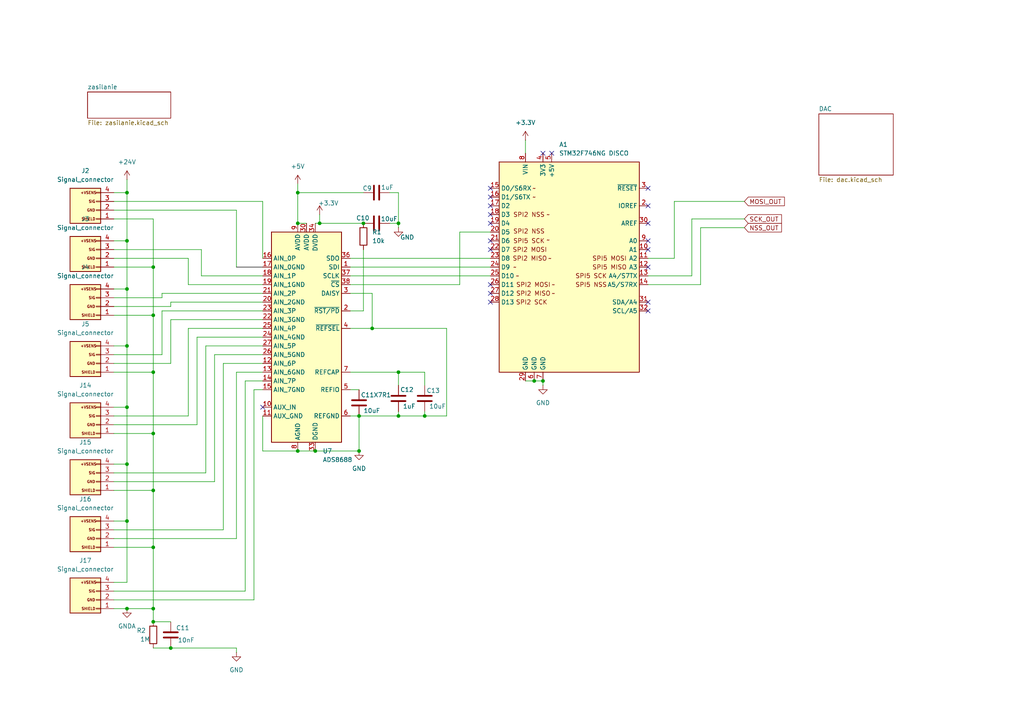
<source format=kicad_sch>
(kicad_sch
	(version 20250114)
	(generator "eeschema")
	(generator_version "9.0")
	(uuid "79f65717-d4aa-4d9b-9389-67dd3cbc0c4f")
	(paper "A4")
	(lib_symbols
		(symbol "Analog_ADC:ADS8688"
			(exclude_from_sim no)
			(in_bom yes)
			(on_board yes)
			(property "Reference" "U"
				(at -8.89 31.75 0)
				(effects
					(font
						(size 1.27 1.27)
					)
				)
			)
			(property "Value" "ADS8688"
				(at 8.89 31.75 0)
				(effects
					(font
						(size 1.27 1.27)
					)
				)
			)
			(property "Footprint" "Package_SO:TSSOP-38_4.4x9.7mm_P0.5mm"
				(at 0 0 0)
				(effects
					(font
						(size 1.27 1.27)
					)
					(hide yes)
				)
			)
			(property "Datasheet" "http://www.ti.com/lit/ds/symlink/ads8688.pdf"
				(at 24.13 33.02 0)
				(effects
					(font
						(size 1.27 1.27)
					)
					(hide yes)
				)
			)
			(property "Description" "16-Bit, 500-kSPS, 8-Channels, Single-Supply, SAR ADC with Bipolar Input Range, TSSOP-38"
				(at 0 0 0)
				(effects
					(font
						(size 1.27 1.27)
					)
					(hide yes)
				)
			)
			(property "ki_keywords" "adc analog digital spi bipolar input"
				(at 0 0 0)
				(effects
					(font
						(size 1.27 1.27)
					)
					(hide yes)
				)
			)
			(property "ki_fp_filters" "TSSOP*4.4x9.7mm*P0.5mm*"
				(at 0 0 0)
				(effects
					(font
						(size 1.27 1.27)
					)
					(hide yes)
				)
			)
			(symbol "ADS8688_0_1"
				(rectangle
					(start -10.16 30.48)
					(end 10.16 -30.48)
					(stroke
						(width 0.254)
						(type default)
					)
					(fill
						(type background)
					)
				)
			)
			(symbol "ADS8688_1_1"
				(pin input line
					(at -12.7 22.86 0)
					(length 2.54)
					(name "AIN_0P"
						(effects
							(font
								(size 1.27 1.27)
							)
						)
					)
					(number "16"
						(effects
							(font
								(size 1.27 1.27)
							)
						)
					)
				)
				(pin input line
					(at -12.7 20.32 0)
					(length 2.54)
					(name "AIN_0GND"
						(effects
							(font
								(size 1.27 1.27)
							)
						)
					)
					(number "17"
						(effects
							(font
								(size 1.27 1.27)
							)
						)
					)
				)
				(pin input line
					(at -12.7 17.78 0)
					(length 2.54)
					(name "AIN_1P"
						(effects
							(font
								(size 1.27 1.27)
							)
						)
					)
					(number "18"
						(effects
							(font
								(size 1.27 1.27)
							)
						)
					)
				)
				(pin input line
					(at -12.7 15.24 0)
					(length 2.54)
					(name "AIN_1GND"
						(effects
							(font
								(size 1.27 1.27)
							)
						)
					)
					(number "19"
						(effects
							(font
								(size 1.27 1.27)
							)
						)
					)
				)
				(pin input line
					(at -12.7 12.7 0)
					(length 2.54)
					(name "AIN_2P"
						(effects
							(font
								(size 1.27 1.27)
							)
						)
					)
					(number "21"
						(effects
							(font
								(size 1.27 1.27)
							)
						)
					)
				)
				(pin input line
					(at -12.7 10.16 0)
					(length 2.54)
					(name "AIN_2GND"
						(effects
							(font
								(size 1.27 1.27)
							)
						)
					)
					(number "20"
						(effects
							(font
								(size 1.27 1.27)
							)
						)
					)
				)
				(pin input line
					(at -12.7 7.62 0)
					(length 2.54)
					(name "AIN_3P"
						(effects
							(font
								(size 1.27 1.27)
							)
						)
					)
					(number "23"
						(effects
							(font
								(size 1.27 1.27)
							)
						)
					)
				)
				(pin input line
					(at -12.7 5.08 0)
					(length 2.54)
					(name "AIN_3GND"
						(effects
							(font
								(size 1.27 1.27)
							)
						)
					)
					(number "22"
						(effects
							(font
								(size 1.27 1.27)
							)
						)
					)
				)
				(pin input line
					(at -12.7 2.54 0)
					(length 2.54)
					(name "AIN_4P"
						(effects
							(font
								(size 1.27 1.27)
							)
						)
					)
					(number "25"
						(effects
							(font
								(size 1.27 1.27)
							)
						)
					)
				)
				(pin input line
					(at -12.7 0 0)
					(length 2.54)
					(name "AIN_4GND"
						(effects
							(font
								(size 1.27 1.27)
							)
						)
					)
					(number "24"
						(effects
							(font
								(size 1.27 1.27)
							)
						)
					)
				)
				(pin input line
					(at -12.7 -2.54 0)
					(length 2.54)
					(name "AIN_5P"
						(effects
							(font
								(size 1.27 1.27)
							)
						)
					)
					(number "27"
						(effects
							(font
								(size 1.27 1.27)
							)
						)
					)
				)
				(pin input line
					(at -12.7 -5.08 0)
					(length 2.54)
					(name "AIN_5GND"
						(effects
							(font
								(size 1.27 1.27)
							)
						)
					)
					(number "26"
						(effects
							(font
								(size 1.27 1.27)
							)
						)
					)
				)
				(pin input line
					(at -12.7 -7.62 0)
					(length 2.54)
					(name "AIN_6P"
						(effects
							(font
								(size 1.27 1.27)
							)
						)
					)
					(number "12"
						(effects
							(font
								(size 1.27 1.27)
							)
						)
					)
				)
				(pin input line
					(at -12.7 -10.16 0)
					(length 2.54)
					(name "AIN_6GND"
						(effects
							(font
								(size 1.27 1.27)
							)
						)
					)
					(number "13"
						(effects
							(font
								(size 1.27 1.27)
							)
						)
					)
				)
				(pin input line
					(at -12.7 -12.7 0)
					(length 2.54)
					(name "AIN_7P"
						(effects
							(font
								(size 1.27 1.27)
							)
						)
					)
					(number "14"
						(effects
							(font
								(size 1.27 1.27)
							)
						)
					)
				)
				(pin input line
					(at -12.7 -15.24 0)
					(length 2.54)
					(name "AIN_7GND"
						(effects
							(font
								(size 1.27 1.27)
							)
						)
					)
					(number "15"
						(effects
							(font
								(size 1.27 1.27)
							)
						)
					)
				)
				(pin input line
					(at -12.7 -20.32 0)
					(length 2.54)
					(name "AUX_IN"
						(effects
							(font
								(size 1.27 1.27)
							)
						)
					)
					(number "10"
						(effects
							(font
								(size 1.27 1.27)
							)
						)
					)
				)
				(pin input line
					(at -12.7 -22.86 0)
					(length 2.54)
					(name "AUX_GND"
						(effects
							(font
								(size 1.27 1.27)
							)
						)
					)
					(number "11"
						(effects
							(font
								(size 1.27 1.27)
							)
						)
					)
				)
				(pin power_in line
					(at -2.54 33.02 270)
					(length 2.54)
					(name "AVDD"
						(effects
							(font
								(size 1.27 1.27)
							)
						)
					)
					(number "9"
						(effects
							(font
								(size 1.27 1.27)
							)
						)
					)
				)
				(pin passive line
					(at -2.54 -33.02 90)
					(length 2.54)
					(hide yes)
					(name "AGND"
						(effects
							(font
								(size 1.27 1.27)
							)
						)
					)
					(number "28"
						(effects
							(font
								(size 1.27 1.27)
							)
						)
					)
				)
				(pin passive line
					(at -2.54 -33.02 90)
					(length 2.54)
					(hide yes)
					(name "AGND"
						(effects
							(font
								(size 1.27 1.27)
							)
						)
					)
					(number "29"
						(effects
							(font
								(size 1.27 1.27)
							)
						)
					)
				)
				(pin passive line
					(at -2.54 -33.02 90)
					(length 2.54)
					(hide yes)
					(name "AGND"
						(effects
							(font
								(size 1.27 1.27)
							)
						)
					)
					(number "31"
						(effects
							(font
								(size 1.27 1.27)
							)
						)
					)
				)
				(pin passive line
					(at -2.54 -33.02 90)
					(length 2.54)
					(hide yes)
					(name "AGND"
						(effects
							(font
								(size 1.27 1.27)
							)
						)
					)
					(number "32"
						(effects
							(font
								(size 1.27 1.27)
							)
						)
					)
				)
				(pin power_in line
					(at -2.54 -33.02 90)
					(length 2.54)
					(name "AGND"
						(effects
							(font
								(size 1.27 1.27)
							)
						)
					)
					(number "8"
						(effects
							(font
								(size 1.27 1.27)
							)
						)
					)
				)
				(pin power_in line
					(at 0 33.02 270)
					(length 2.54)
					(name "AVDD"
						(effects
							(font
								(size 1.27 1.27)
							)
						)
					)
					(number "30"
						(effects
							(font
								(size 1.27 1.27)
							)
						)
					)
				)
				(pin power_in line
					(at 2.54 33.02 270)
					(length 2.54)
					(name "DVDD"
						(effects
							(font
								(size 1.27 1.27)
							)
						)
					)
					(number "34"
						(effects
							(font
								(size 1.27 1.27)
							)
						)
					)
				)
				(pin power_in line
					(at 2.54 -33.02 90)
					(length 2.54)
					(name "DGND"
						(effects
							(font
								(size 1.27 1.27)
							)
						)
					)
					(number "33"
						(effects
							(font
								(size 1.27 1.27)
							)
						)
					)
				)
				(pin no_connect line
					(at 10.16 -5.08 180)
					(length 2.54)
					(hide yes)
					(name "DNC"
						(effects
							(font
								(size 1.27 1.27)
							)
						)
					)
					(number "35"
						(effects
							(font
								(size 1.27 1.27)
							)
						)
					)
				)
				(pin output line
					(at 12.7 22.86 180)
					(length 2.54)
					(name "SDO"
						(effects
							(font
								(size 1.27 1.27)
							)
						)
					)
					(number "36"
						(effects
							(font
								(size 1.27 1.27)
							)
						)
					)
				)
				(pin input line
					(at 12.7 20.32 180)
					(length 2.54)
					(name "SDI"
						(effects
							(font
								(size 1.27 1.27)
							)
						)
					)
					(number "1"
						(effects
							(font
								(size 1.27 1.27)
							)
						)
					)
				)
				(pin input line
					(at 12.7 17.78 180)
					(length 2.54)
					(name "SCLK"
						(effects
							(font
								(size 1.27 1.27)
							)
						)
					)
					(number "37"
						(effects
							(font
								(size 1.27 1.27)
							)
						)
					)
				)
				(pin input line
					(at 12.7 15.24 180)
					(length 2.54)
					(name "~{CS}"
						(effects
							(font
								(size 1.27 1.27)
							)
						)
					)
					(number "38"
						(effects
							(font
								(size 1.27 1.27)
							)
						)
					)
				)
				(pin input line
					(at 12.7 12.7 180)
					(length 2.54)
					(name "DAISY"
						(effects
							(font
								(size 1.27 1.27)
							)
						)
					)
					(number "3"
						(effects
							(font
								(size 1.27 1.27)
							)
						)
					)
				)
				(pin input line
					(at 12.7 7.62 180)
					(length 2.54)
					(name "~{RST/PD}"
						(effects
							(font
								(size 1.27 1.27)
							)
						)
					)
					(number "2"
						(effects
							(font
								(size 1.27 1.27)
							)
						)
					)
				)
				(pin input line
					(at 12.7 2.54 180)
					(length 2.54)
					(name "~{REFSEL}"
						(effects
							(font
								(size 1.27 1.27)
							)
						)
					)
					(number "4"
						(effects
							(font
								(size 1.27 1.27)
							)
						)
					)
				)
				(pin passive line
					(at 12.7 -10.16 180)
					(length 2.54)
					(name "REFCAP"
						(effects
							(font
								(size 1.27 1.27)
							)
						)
					)
					(number "7"
						(effects
							(font
								(size 1.27 1.27)
							)
						)
					)
				)
				(pin passive line
					(at 12.7 -15.24 180)
					(length 2.54)
					(name "REFIO"
						(effects
							(font
								(size 1.27 1.27)
							)
						)
					)
					(number "5"
						(effects
							(font
								(size 1.27 1.27)
							)
						)
					)
				)
				(pin power_in line
					(at 12.7 -22.86 180)
					(length 2.54)
					(name "REFGND"
						(effects
							(font
								(size 1.27 1.27)
							)
						)
					)
					(number "6"
						(effects
							(font
								(size 1.27 1.27)
							)
						)
					)
				)
			)
			(embedded_fonts no)
		)
		(symbol "Conn_01x04_1"
			(pin_names
				(offset 1.016)
				(hide yes)
			)
			(exclude_from_sim no)
			(in_bom yes)
			(on_board yes)
			(property "Reference" "J2"
				(at 8.128 0 0)
				(effects
					(font
						(size 1.27 1.27)
					)
					(justify left)
				)
			)
			(property "Value" "Conn_01x04"
				(at 7.874 -2.54 0)
				(effects
					(font
						(size 1.27 1.27)
					)
					(justify left)
				)
			)
			(property "Footprint" ""
				(at 0 0 0)
				(effects
					(font
						(size 1.27 1.27)
					)
					(hide yes)
				)
			)
			(property "Datasheet" "~"
				(at 0 0 0)
				(effects
					(font
						(size 1.27 1.27)
					)
					(hide yes)
				)
			)
			(property "Description" "Generic connector, single row, 01x04, script generated (kicad-library-utils/schlib/autogen/connector/)"
				(at 0.508 7.112 0)
				(effects
					(font
						(size 1.27 1.27)
					)
					(hide yes)
				)
			)
			(property "ki_keywords" "connector"
				(at 0 0 0)
				(effects
					(font
						(size 1.27 1.27)
					)
					(hide yes)
				)
			)
			(property "ki_fp_filters" "Connector*:*_1x??_*"
				(at 0 0 0)
				(effects
					(font
						(size 1.27 1.27)
					)
					(hide yes)
				)
			)
			(symbol "Conn_01x04_1_1_1"
				(rectangle
					(start -1.27 3.81)
					(end 7.62 -6.35)
					(stroke
						(width 0.254)
						(type default)
					)
					(fill
						(type background)
					)
				)
				(rectangle
					(start -1.27 2.667)
					(end 0 2.413)
					(stroke
						(width 0.1524)
						(type default)
					)
					(fill
						(type none)
					)
				)
				(rectangle
					(start -1.27 0.127)
					(end 0 -0.127)
					(stroke
						(width 0.1524)
						(type default)
					)
					(fill
						(type none)
					)
				)
				(rectangle
					(start -1.27 -2.413)
					(end 0 -2.667)
					(stroke
						(width 0.1524)
						(type default)
					)
					(fill
						(type none)
					)
				)
				(rectangle
					(start -1.27 -4.953)
					(end 0 -5.207)
					(stroke
						(width 0.1524)
						(type default)
					)
					(fill
						(type none)
					)
				)
				(text "SIG"
					(at 1.27 -2.54 0)
					(effects
						(font
							(size 0.762 0.762)
						)
					)
				)
				(text "GND\n"
					(at 1.524 0 0)
					(effects
						(font
							(size 0.762 0.762)
						)
					)
				)
				(text "SHIELD\n"
					(at 2.286 2.54 0)
					(effects
						(font
							(size 0.762 0.762)
						)
					)
				)
				(text "+VSENS"
					(at 2.286 -5.08 0)
					(effects
						(font
							(size 0.762 0.762)
						)
					)
				)
				(pin passive line
					(at -5.08 2.54 0)
					(length 3.81)
					(name "SHIELD"
						(effects
							(font
								(size 1.27 1.27)
							)
						)
					)
					(number "1"
						(effects
							(font
								(size 1.27 1.27)
							)
						)
					)
				)
				(pin passive line
					(at -5.08 0 0)
					(length 3.81)
					(name "GND"
						(effects
							(font
								(size 1.27 1.27)
							)
						)
					)
					(number "2"
						(effects
							(font
								(size 1.27 1.27)
							)
						)
					)
				)
				(pin passive line
					(at -5.08 -2.54 0)
					(length 3.81)
					(name "SIG"
						(effects
							(font
								(size 1.27 1.27)
							)
						)
					)
					(number "3"
						(effects
							(font
								(size 1.27 1.27)
							)
						)
					)
				)
				(pin passive line
					(at -5.08 -5.08 0)
					(length 3.81)
					(name "+VSENS"
						(effects
							(font
								(size 1.27 1.27)
							)
						)
					)
					(number "4"
						(effects
							(font
								(size 1.27 1.27)
							)
						)
					)
				)
			)
			(embedded_fonts no)
		)
		(symbol "Device:C"
			(pin_numbers
				(hide yes)
			)
			(pin_names
				(offset 0.254)
			)
			(exclude_from_sim no)
			(in_bom yes)
			(on_board yes)
			(property "Reference" "C"
				(at 0.635 2.54 0)
				(effects
					(font
						(size 1.27 1.27)
					)
					(justify left)
				)
			)
			(property "Value" "C"
				(at 0.635 -2.54 0)
				(effects
					(font
						(size 1.27 1.27)
					)
					(justify left)
				)
			)
			(property "Footprint" ""
				(at 0.9652 -3.81 0)
				(effects
					(font
						(size 1.27 1.27)
					)
					(hide yes)
				)
			)
			(property "Datasheet" "~"
				(at 0 0 0)
				(effects
					(font
						(size 1.27 1.27)
					)
					(hide yes)
				)
			)
			(property "Description" "Unpolarized capacitor"
				(at 0 0 0)
				(effects
					(font
						(size 1.27 1.27)
					)
					(hide yes)
				)
			)
			(property "ki_keywords" "cap capacitor"
				(at 0 0 0)
				(effects
					(font
						(size 1.27 1.27)
					)
					(hide yes)
				)
			)
			(property "ki_fp_filters" "C_*"
				(at 0 0 0)
				(effects
					(font
						(size 1.27 1.27)
					)
					(hide yes)
				)
			)
			(symbol "C_0_1"
				(polyline
					(pts
						(xy -2.032 0.762) (xy 2.032 0.762)
					)
					(stroke
						(width 0.508)
						(type default)
					)
					(fill
						(type none)
					)
				)
				(polyline
					(pts
						(xy -2.032 -0.762) (xy 2.032 -0.762)
					)
					(stroke
						(width 0.508)
						(type default)
					)
					(fill
						(type none)
					)
				)
			)
			(symbol "C_1_1"
				(pin passive line
					(at 0 3.81 270)
					(length 2.794)
					(name "~"
						(effects
							(font
								(size 1.27 1.27)
							)
						)
					)
					(number "1"
						(effects
							(font
								(size 1.27 1.27)
							)
						)
					)
				)
				(pin passive line
					(at 0 -3.81 90)
					(length 2.794)
					(name "~"
						(effects
							(font
								(size 1.27 1.27)
							)
						)
					)
					(number "2"
						(effects
							(font
								(size 1.27 1.27)
							)
						)
					)
				)
			)
			(embedded_fonts no)
		)
		(symbol "Device:R"
			(pin_numbers
				(hide yes)
			)
			(pin_names
				(offset 0)
			)
			(exclude_from_sim no)
			(in_bom yes)
			(on_board yes)
			(property "Reference" "R"
				(at 2.032 0 90)
				(effects
					(font
						(size 1.27 1.27)
					)
				)
			)
			(property "Value" "R"
				(at 0 0 90)
				(effects
					(font
						(size 1.27 1.27)
					)
				)
			)
			(property "Footprint" ""
				(at -1.778 0 90)
				(effects
					(font
						(size 1.27 1.27)
					)
					(hide yes)
				)
			)
			(property "Datasheet" "~"
				(at 0 0 0)
				(effects
					(font
						(size 1.27 1.27)
					)
					(hide yes)
				)
			)
			(property "Description" "Resistor"
				(at 0 0 0)
				(effects
					(font
						(size 1.27 1.27)
					)
					(hide yes)
				)
			)
			(property "ki_keywords" "R res resistor"
				(at 0 0 0)
				(effects
					(font
						(size 1.27 1.27)
					)
					(hide yes)
				)
			)
			(property "ki_fp_filters" "R_*"
				(at 0 0 0)
				(effects
					(font
						(size 1.27 1.27)
					)
					(hide yes)
				)
			)
			(symbol "R_0_1"
				(rectangle
					(start -1.016 -2.54)
					(end 1.016 2.54)
					(stroke
						(width 0.254)
						(type default)
					)
					(fill
						(type none)
					)
				)
			)
			(symbol "R_1_1"
				(pin passive line
					(at 0 3.81 270)
					(length 1.27)
					(name "~"
						(effects
							(font
								(size 1.27 1.27)
							)
						)
					)
					(number "1"
						(effects
							(font
								(size 1.27 1.27)
							)
						)
					)
				)
				(pin passive line
					(at 0 -3.81 90)
					(length 1.27)
					(name "~"
						(effects
							(font
								(size 1.27 1.27)
							)
						)
					)
					(number "2"
						(effects
							(font
								(size 1.27 1.27)
							)
						)
					)
				)
			)
			(embedded_fonts no)
		)
		(symbol "MCU_Module:Arduino_UNO_R3"
			(exclude_from_sim no)
			(in_bom yes)
			(on_board yes)
			(property "Reference" "A1"
				(at 7.2233 27.94 0)
				(effects
					(font
						(size 1.27 1.27)
					)
					(justify left)
				)
			)
			(property "Value" "STM32F746NG DISCO"
				(at 7.2233 25.4 0)
				(effects
					(font
						(size 1.27 1.27)
					)
					(justify left)
				)
			)
			(property "Footprint" "Module:Arduino_UNO_R3"
				(at -29.464 25.146 0)
				(effects
					(font
						(size 1.27 1.27)
						(italic yes)
					)
					(hide yes)
				)
			)
			(property "Datasheet" "https://www.arduino.cc/en/Main/arduinoBoardUno"
				(at -31.242 26.924 0)
				(effects
					(font
						(size 1.27 1.27)
					)
					(hide yes)
				)
			)
			(property "Description" "Arduino UNO Microcontroller Module, release 3"
				(at -26.416 28.956 0)
				(effects
					(font
						(size 1.27 1.27)
					)
					(hide yes)
				)
			)
			(property "ki_keywords" "Arduino UNO R3 Microcontroller Module Atmel AVR USB"
				(at 0 0 0)
				(effects
					(font
						(size 1.27 1.27)
					)
					(hide yes)
				)
			)
			(property "ki_fp_filters" "Arduino*UNO*R3*"
				(at 0 0 0)
				(effects
					(font
						(size 1.27 1.27)
					)
					(hide yes)
				)
			)
			(symbol "Arduino_UNO_R3_0_1"
				(rectangle
					(start -10.16 22.86)
					(end 30.48 -38.1)
					(stroke
						(width 0.254)
						(type default)
					)
					(fill
						(type background)
					)
				)
			)
			(symbol "Arduino_UNO_R3_1_1"
				(text "~\n"
					(at -5.588 -7.62 0)
					(effects
						(font
							(size 1.27 1.27)
						)
					)
				)
				(text "~\n"
					(at -4.826 -10.16 0)
					(effects
						(font
							(size 1.27 1.27)
						)
					)
				)
				(text "SPI2 NSS\n"
					(at -1.524 7.62 0)
					(effects
						(font
							(size 1.27 1.27)
						)
					)
				)
				(text "SPI2 NSS\n"
					(at -1.524 2.794 0)
					(effects
						(font
							(size 1.27 1.27)
						)
					)
				)
				(text "SPI5 SCK\n"
					(at -1.524 0 0)
					(effects
						(font
							(size 1.27 1.27)
						)
					)
				)
				(text "SPI2 MOSI"
					(at -1.27 -2.54 0)
					(effects
						(font
							(size 1.27 1.27)
						)
					)
				)
				(text "SPI2 MISO\n"
					(at -1.27 -5.08 0)
					(effects
						(font
							(size 1.27 1.27)
						)
					)
				)
				(text "SPI2 MOSI"
					(at -0.254 -12.7 0)
					(effects
						(font
							(size 1.27 1.27)
						)
					)
				)
				(text "SPI2 MISO\n"
					(at -0.254 -15.24 0)
					(effects
						(font
							(size 1.27 1.27)
						)
					)
				)
				(text "SPI2 SCK \n"
					(at -0.254 -17.78 0)
					(effects
						(font
							(size 1.27 1.27)
						)
					)
				)
				(text "~\n"
					(at 0 15.24 0)
					(effects
						(font
							(size 1.27 1.27)
						)
					)
				)
				(text "~\n"
					(at 0 12.7 0)
					(effects
						(font
							(size 1.27 1.27)
						)
					)
				)
				(text "~\n"
					(at 4.064 7.62 0)
					(effects
						(font
							(size 1.27 1.27)
						)
					)
				)
				(text "~\n"
					(at 4.064 0.254 0)
					(effects
						(font
							(size 1.27 1.27)
						)
					)
				)
				(text "~\n"
					(at 4.572 -5.08 0)
					(effects
						(font
							(size 1.27 1.27)
						)
					)
				)
				(text "~\n"
					(at 5.588 -12.7 0)
					(effects
						(font
							(size 1.27 1.27)
						)
					)
				)
				(text "~\n"
					(at 5.588 -15.24 0)
					(effects
						(font
							(size 1.27 1.27)
						)
					)
				)
				(text "SPI5 SCK\n"
					(at 16.51 -10.16 0)
					(effects
						(font
							(size 1.27 1.27)
						)
					)
				)
				(text "SPI5 NSS\n"
					(at 16.51 -12.7 0)
					(effects
						(font
							(size 1.27 1.27)
						)
					)
				)
				(text "SPI5 MOSI"
					(at 21.844 -5.08 0)
					(effects
						(font
							(size 1.27 1.27)
						)
					)
				)
				(text "SPI5 MISO\n"
					(at 21.844 -7.62 0)
					(effects
						(font
							(size 1.27 1.27)
						)
					)
				)
				(pin bidirectional line
					(at -12.7 15.24 0)
					(length 2.54)
					(name "D0/S6RX"
						(effects
							(font
								(size 1.27 1.27)
							)
						)
					)
					(number "15"
						(effects
							(font
								(size 1.27 1.27)
							)
						)
					)
				)
				(pin bidirectional line
					(at -12.7 12.7 0)
					(length 2.54)
					(name "D1/S6TX"
						(effects
							(font
								(size 1.27 1.27)
							)
						)
					)
					(number "16"
						(effects
							(font
								(size 1.27 1.27)
							)
						)
					)
				)
				(pin bidirectional line
					(at -12.7 10.16 0)
					(length 2.54)
					(name "D2"
						(effects
							(font
								(size 1.27 1.27)
							)
						)
					)
					(number "17"
						(effects
							(font
								(size 1.27 1.27)
							)
						)
					)
				)
				(pin bidirectional line
					(at -12.7 7.62 0)
					(length 2.54)
					(name "D3"
						(effects
							(font
								(size 1.27 1.27)
							)
						)
					)
					(number "18"
						(effects
							(font
								(size 1.27 1.27)
							)
						)
					)
				)
				(pin bidirectional line
					(at -12.7 5.08 0)
					(length 2.54)
					(name "D4"
						(effects
							(font
								(size 1.27 1.27)
							)
						)
					)
					(number "19"
						(effects
							(font
								(size 1.27 1.27)
							)
						)
					)
				)
				(pin bidirectional line
					(at -12.7 2.54 0)
					(length 2.54)
					(name "D5"
						(effects
							(font
								(size 1.27 1.27)
							)
						)
					)
					(number "20"
						(effects
							(font
								(size 1.27 1.27)
							)
						)
					)
				)
				(pin bidirectional line
					(at -12.7 0 0)
					(length 2.54)
					(name "D6"
						(effects
							(font
								(size 1.27 1.27)
							)
						)
					)
					(number "21"
						(effects
							(font
								(size 1.27 1.27)
							)
						)
					)
				)
				(pin bidirectional line
					(at -12.7 -2.54 0)
					(length 2.54)
					(name "D7"
						(effects
							(font
								(size 1.27 1.27)
							)
						)
					)
					(number "22"
						(effects
							(font
								(size 1.27 1.27)
							)
						)
					)
				)
				(pin bidirectional line
					(at -12.7 -5.08 0)
					(length 2.54)
					(name "D8"
						(effects
							(font
								(size 1.27 1.27)
							)
						)
					)
					(number "23"
						(effects
							(font
								(size 1.27 1.27)
							)
						)
					)
				)
				(pin bidirectional line
					(at -12.7 -7.62 0)
					(length 2.54)
					(name "D9"
						(effects
							(font
								(size 1.27 1.27)
							)
						)
					)
					(number "24"
						(effects
							(font
								(size 1.27 1.27)
							)
						)
					)
				)
				(pin bidirectional line
					(at -12.7 -10.16 0)
					(length 2.54)
					(name "D10"
						(effects
							(font
								(size 1.27 1.27)
							)
						)
					)
					(number "25"
						(effects
							(font
								(size 1.27 1.27)
							)
						)
					)
				)
				(pin bidirectional line
					(at -12.7 -12.7 0)
					(length 2.54)
					(name "D11"
						(effects
							(font
								(size 1.27 1.27)
							)
						)
					)
					(number "26"
						(effects
							(font
								(size 1.27 1.27)
							)
						)
					)
				)
				(pin bidirectional line
					(at -12.7 -15.24 0)
					(length 2.54)
					(name "D12"
						(effects
							(font
								(size 1.27 1.27)
							)
						)
					)
					(number "27"
						(effects
							(font
								(size 1.27 1.27)
							)
						)
					)
				)
				(pin bidirectional line
					(at -12.7 -17.78 0)
					(length 2.54)
					(name "D13"
						(effects
							(font
								(size 1.27 1.27)
							)
						)
					)
					(number "28"
						(effects
							(font
								(size 1.27 1.27)
							)
						)
					)
				)
				(pin no_connect line
					(at -10.16 -20.32 0)
					(length 2.54)
					(hide yes)
					(name "NC"
						(effects
							(font
								(size 1.27 1.27)
							)
						)
					)
					(number "1"
						(effects
							(font
								(size 1.27 1.27)
							)
						)
					)
				)
				(pin power_in line
					(at -2.54 25.4 270)
					(length 2.54)
					(name "VIN"
						(effects
							(font
								(size 1.27 1.27)
							)
						)
					)
					(number "8"
						(effects
							(font
								(size 1.27 1.27)
							)
						)
					)
				)
				(pin power_in line
					(at -2.54 -40.64 90)
					(length 2.54)
					(name "GND"
						(effects
							(font
								(size 1.27 1.27)
							)
						)
					)
					(number "29"
						(effects
							(font
								(size 1.27 1.27)
							)
						)
					)
				)
				(pin power_in line
					(at 0 -40.64 90)
					(length 2.54)
					(name "GND"
						(effects
							(font
								(size 1.27 1.27)
							)
						)
					)
					(number "6"
						(effects
							(font
								(size 1.27 1.27)
							)
						)
					)
				)
				(pin power_out line
					(at 2.54 25.4 270)
					(length 2.54)
					(name "3V3"
						(effects
							(font
								(size 1.27 1.27)
							)
						)
					)
					(number "4"
						(effects
							(font
								(size 1.27 1.27)
							)
						)
					)
				)
				(pin power_in line
					(at 2.54 -40.64 90)
					(length 2.54)
					(name "GND"
						(effects
							(font
								(size 1.27 1.27)
							)
						)
					)
					(number "7"
						(effects
							(font
								(size 1.27 1.27)
							)
						)
					)
				)
				(pin power_out line
					(at 5.08 25.4 270)
					(length 2.54)
					(name "+5V"
						(effects
							(font
								(size 1.27 1.27)
							)
						)
					)
					(number "5"
						(effects
							(font
								(size 1.27 1.27)
							)
						)
					)
				)
				(pin input line
					(at 33.02 15.24 180)
					(length 2.54)
					(name "~{RESET}"
						(effects
							(font
								(size 1.27 1.27)
							)
						)
					)
					(number "3"
						(effects
							(font
								(size 1.27 1.27)
							)
						)
					)
				)
				(pin output line
					(at 33.02 10.16 180)
					(length 2.54)
					(name "IOREF"
						(effects
							(font
								(size 1.27 1.27)
							)
						)
					)
					(number "2"
						(effects
							(font
								(size 1.27 1.27)
							)
						)
					)
				)
				(pin input line
					(at 33.02 5.08 180)
					(length 2.54)
					(name "AREF"
						(effects
							(font
								(size 1.27 1.27)
							)
						)
					)
					(number "30"
						(effects
							(font
								(size 1.27 1.27)
							)
						)
					)
				)
				(pin bidirectional line
					(at 33.02 0 180)
					(length 2.54)
					(name "A0"
						(effects
							(font
								(size 1.27 1.27)
							)
						)
					)
					(number "9"
						(effects
							(font
								(size 1.27 1.27)
							)
						)
					)
				)
				(pin bidirectional line
					(at 33.02 -2.54 180)
					(length 2.54)
					(name "A1"
						(effects
							(font
								(size 1.27 1.27)
							)
						)
					)
					(number "10"
						(effects
							(font
								(size 1.27 1.27)
							)
						)
					)
				)
				(pin bidirectional line
					(at 33.02 -5.08 180)
					(length 2.54)
					(name "A2"
						(effects
							(font
								(size 1.27 1.27)
							)
						)
					)
					(number "11"
						(effects
							(font
								(size 1.27 1.27)
							)
						)
					)
				)
				(pin bidirectional line
					(at 33.02 -7.62 180)
					(length 2.54)
					(name "A3"
						(effects
							(font
								(size 1.27 1.27)
							)
						)
					)
					(number "12"
						(effects
							(font
								(size 1.27 1.27)
							)
						)
					)
				)
				(pin bidirectional line
					(at 33.02 -10.16 180)
					(length 2.54)
					(name "A4/S7TX"
						(effects
							(font
								(size 1.27 1.27)
							)
						)
					)
					(number "13"
						(effects
							(font
								(size 1.27 1.27)
							)
						)
					)
				)
				(pin bidirectional line
					(at 33.02 -12.7 180)
					(length 2.54)
					(name "A5/S7RX"
						(effects
							(font
								(size 1.27 1.27)
							)
						)
					)
					(number "14"
						(effects
							(font
								(size 1.27 1.27)
							)
						)
					)
				)
				(pin bidirectional line
					(at 33.02 -17.78 180)
					(length 2.54)
					(name "SDA/A4"
						(effects
							(font
								(size 1.27 1.27)
							)
						)
					)
					(number "31"
						(effects
							(font
								(size 1.27 1.27)
							)
						)
					)
				)
				(pin bidirectional line
					(at 33.02 -20.32 180)
					(length 2.54)
					(name "SCL/A5"
						(effects
							(font
								(size 1.27 1.27)
							)
						)
					)
					(number "32"
						(effects
							(font
								(size 1.27 1.27)
							)
						)
					)
				)
			)
			(embedded_fonts no)
		)
		(symbol "power:+24V"
			(power)
			(pin_numbers
				(hide yes)
			)
			(pin_names
				(offset 0)
				(hide yes)
			)
			(exclude_from_sim no)
			(in_bom yes)
			(on_board yes)
			(property "Reference" "#PWR"
				(at 0 -3.81 0)
				(effects
					(font
						(size 1.27 1.27)
					)
					(hide yes)
				)
			)
			(property "Value" "+24V"
				(at 0 3.556 0)
				(effects
					(font
						(size 1.27 1.27)
					)
				)
			)
			(property "Footprint" ""
				(at 0 0 0)
				(effects
					(font
						(size 1.27 1.27)
					)
					(hide yes)
				)
			)
			(property "Datasheet" ""
				(at 0 0 0)
				(effects
					(font
						(size 1.27 1.27)
					)
					(hide yes)
				)
			)
			(property "Description" "Power symbol creates a global label with name \"+24V\""
				(at 0 0 0)
				(effects
					(font
						(size 1.27 1.27)
					)
					(hide yes)
				)
			)
			(property "ki_keywords" "global power"
				(at 0 0 0)
				(effects
					(font
						(size 1.27 1.27)
					)
					(hide yes)
				)
			)
			(symbol "+24V_0_1"
				(polyline
					(pts
						(xy -0.762 1.27) (xy 0 2.54)
					)
					(stroke
						(width 0)
						(type default)
					)
					(fill
						(type none)
					)
				)
				(polyline
					(pts
						(xy 0 2.54) (xy 0.762 1.27)
					)
					(stroke
						(width 0)
						(type default)
					)
					(fill
						(type none)
					)
				)
				(polyline
					(pts
						(xy 0 0) (xy 0 2.54)
					)
					(stroke
						(width 0)
						(type default)
					)
					(fill
						(type none)
					)
				)
			)
			(symbol "+24V_1_1"
				(pin power_in line
					(at 0 0 90)
					(length 0)
					(name "~"
						(effects
							(font
								(size 1.27 1.27)
							)
						)
					)
					(number "1"
						(effects
							(font
								(size 1.27 1.27)
							)
						)
					)
				)
			)
			(embedded_fonts no)
		)
		(symbol "power:+3.3V"
			(power)
			(pin_numbers
				(hide yes)
			)
			(pin_names
				(offset 0)
				(hide yes)
			)
			(exclude_from_sim no)
			(in_bom yes)
			(on_board yes)
			(property "Reference" "#PWR"
				(at 0 -3.81 0)
				(effects
					(font
						(size 1.27 1.27)
					)
					(hide yes)
				)
			)
			(property "Value" "+3.3V"
				(at 0 3.556 0)
				(effects
					(font
						(size 1.27 1.27)
					)
				)
			)
			(property "Footprint" ""
				(at 0 0 0)
				(effects
					(font
						(size 1.27 1.27)
					)
					(hide yes)
				)
			)
			(property "Datasheet" ""
				(at 0 0 0)
				(effects
					(font
						(size 1.27 1.27)
					)
					(hide yes)
				)
			)
			(property "Description" "Power symbol creates a global label with name \"+3.3V\""
				(at 0 0 0)
				(effects
					(font
						(size 1.27 1.27)
					)
					(hide yes)
				)
			)
			(property "ki_keywords" "global power"
				(at 0 0 0)
				(effects
					(font
						(size 1.27 1.27)
					)
					(hide yes)
				)
			)
			(symbol "+3.3V_0_1"
				(polyline
					(pts
						(xy -0.762 1.27) (xy 0 2.54)
					)
					(stroke
						(width 0)
						(type default)
					)
					(fill
						(type none)
					)
				)
				(polyline
					(pts
						(xy 0 2.54) (xy 0.762 1.27)
					)
					(stroke
						(width 0)
						(type default)
					)
					(fill
						(type none)
					)
				)
				(polyline
					(pts
						(xy 0 0) (xy 0 2.54)
					)
					(stroke
						(width 0)
						(type default)
					)
					(fill
						(type none)
					)
				)
			)
			(symbol "+3.3V_1_1"
				(pin power_in line
					(at 0 0 90)
					(length 0)
					(name "~"
						(effects
							(font
								(size 1.27 1.27)
							)
						)
					)
					(number "1"
						(effects
							(font
								(size 1.27 1.27)
							)
						)
					)
				)
			)
			(embedded_fonts no)
		)
		(symbol "power:+5V"
			(power)
			(pin_numbers
				(hide yes)
			)
			(pin_names
				(offset 0)
				(hide yes)
			)
			(exclude_from_sim no)
			(in_bom yes)
			(on_board yes)
			(property "Reference" "#PWR"
				(at 0 -3.81 0)
				(effects
					(font
						(size 1.27 1.27)
					)
					(hide yes)
				)
			)
			(property "Value" "+5V"
				(at 0 3.556 0)
				(effects
					(font
						(size 1.27 1.27)
					)
				)
			)
			(property "Footprint" ""
				(at 0 0 0)
				(effects
					(font
						(size 1.27 1.27)
					)
					(hide yes)
				)
			)
			(property "Datasheet" ""
				(at 0 0 0)
				(effects
					(font
						(size 1.27 1.27)
					)
					(hide yes)
				)
			)
			(property "Description" "Power symbol creates a global label with name \"+5V\""
				(at 0 0 0)
				(effects
					(font
						(size 1.27 1.27)
					)
					(hide yes)
				)
			)
			(property "ki_keywords" "global power"
				(at 0 0 0)
				(effects
					(font
						(size 1.27 1.27)
					)
					(hide yes)
				)
			)
			(symbol "+5V_0_1"
				(polyline
					(pts
						(xy -0.762 1.27) (xy 0 2.54)
					)
					(stroke
						(width 0)
						(type default)
					)
					(fill
						(type none)
					)
				)
				(polyline
					(pts
						(xy 0 2.54) (xy 0.762 1.27)
					)
					(stroke
						(width 0)
						(type default)
					)
					(fill
						(type none)
					)
				)
				(polyline
					(pts
						(xy 0 0) (xy 0 2.54)
					)
					(stroke
						(width 0)
						(type default)
					)
					(fill
						(type none)
					)
				)
			)
			(symbol "+5V_1_1"
				(pin power_in line
					(at 0 0 90)
					(length 0)
					(name "~"
						(effects
							(font
								(size 1.27 1.27)
							)
						)
					)
					(number "1"
						(effects
							(font
								(size 1.27 1.27)
							)
						)
					)
				)
			)
			(embedded_fonts no)
		)
		(symbol "power:GND"
			(power)
			(pin_numbers
				(hide yes)
			)
			(pin_names
				(offset 0)
				(hide yes)
			)
			(exclude_from_sim no)
			(in_bom yes)
			(on_board yes)
			(property "Reference" "#PWR"
				(at 0 -6.35 0)
				(effects
					(font
						(size 1.27 1.27)
					)
					(hide yes)
				)
			)
			(property "Value" "GND"
				(at 0 -3.81 0)
				(effects
					(font
						(size 1.27 1.27)
					)
				)
			)
			(property "Footprint" ""
				(at 0 0 0)
				(effects
					(font
						(size 1.27 1.27)
					)
					(hide yes)
				)
			)
			(property "Datasheet" ""
				(at 0 0 0)
				(effects
					(font
						(size 1.27 1.27)
					)
					(hide yes)
				)
			)
			(property "Description" "Power symbol creates a global label with name \"GND\" , ground"
				(at 0 0 0)
				(effects
					(font
						(size 1.27 1.27)
					)
					(hide yes)
				)
			)
			(property "ki_keywords" "global power"
				(at 0 0 0)
				(effects
					(font
						(size 1.27 1.27)
					)
					(hide yes)
				)
			)
			(symbol "GND_0_1"
				(polyline
					(pts
						(xy 0 0) (xy 0 -1.27) (xy 1.27 -1.27) (xy 0 -2.54) (xy -1.27 -1.27) (xy 0 -1.27)
					)
					(stroke
						(width 0)
						(type default)
					)
					(fill
						(type none)
					)
				)
			)
			(symbol "GND_1_1"
				(pin power_in line
					(at 0 0 270)
					(length 0)
					(name "~"
						(effects
							(font
								(size 1.27 1.27)
							)
						)
					)
					(number "1"
						(effects
							(font
								(size 1.27 1.27)
							)
						)
					)
				)
			)
			(embedded_fonts no)
		)
		(symbol "power:GNDA"
			(power)
			(pin_numbers
				(hide yes)
			)
			(pin_names
				(offset 0)
				(hide yes)
			)
			(exclude_from_sim no)
			(in_bom yes)
			(on_board yes)
			(property "Reference" "#PWR"
				(at 0 -6.35 0)
				(effects
					(font
						(size 1.27 1.27)
					)
					(hide yes)
				)
			)
			(property "Value" "GNDA"
				(at 0 -3.81 0)
				(effects
					(font
						(size 1.27 1.27)
					)
				)
			)
			(property "Footprint" ""
				(at 0 0 0)
				(effects
					(font
						(size 1.27 1.27)
					)
					(hide yes)
				)
			)
			(property "Datasheet" ""
				(at 0 0 0)
				(effects
					(font
						(size 1.27 1.27)
					)
					(hide yes)
				)
			)
			(property "Description" "Power symbol creates a global label with name \"GNDA\" , analog ground"
				(at 0 0 0)
				(effects
					(font
						(size 1.27 1.27)
					)
					(hide yes)
				)
			)
			(property "ki_keywords" "global power"
				(at 0 0 0)
				(effects
					(font
						(size 1.27 1.27)
					)
					(hide yes)
				)
			)
			(symbol "GNDA_0_1"
				(polyline
					(pts
						(xy 0 0) (xy 0 -1.27) (xy 1.27 -1.27) (xy 0 -2.54) (xy -1.27 -1.27) (xy 0 -1.27)
					)
					(stroke
						(width 0)
						(type default)
					)
					(fill
						(type none)
					)
				)
			)
			(symbol "GNDA_1_1"
				(pin power_in line
					(at 0 0 270)
					(length 0)
					(name "~"
						(effects
							(font
								(size 1.27 1.27)
							)
						)
					)
					(number "1"
						(effects
							(font
								(size 1.27 1.27)
							)
						)
					)
				)
			)
			(embedded_fonts no)
		)
	)
	(junction
		(at 44.45 125.73)
		(diameter 0)
		(color 0 0 0 0)
		(uuid "0183eada-e70e-418d-bed1-101d39c88165")
	)
	(junction
		(at 36.83 151.13)
		(diameter 0)
		(color 0 0 0 0)
		(uuid "043d5b69-03b0-4abb-b357-20c0d898cc22")
	)
	(junction
		(at 115.57 107.95)
		(diameter 0)
		(color 0 0 0 0)
		(uuid "0b91fbc7-ab5a-42ce-8463-80052d6168d1")
	)
	(junction
		(at 154.94 110.49)
		(diameter 0)
		(color 0 0 0 0)
		(uuid "0cb3b7fb-ff4d-43af-ab1d-5988ba41de5e")
	)
	(junction
		(at 86.36 55.88)
		(diameter 0)
		(color 0 0 0 0)
		(uuid "110a6ad8-eff8-418e-8458-d559cc5ff350")
	)
	(junction
		(at 49.53 187.96)
		(diameter 0)
		(color 0 0 0 0)
		(uuid "33ce0cb8-0643-446c-805b-820706607548")
	)
	(junction
		(at 36.83 83.82)
		(diameter 0)
		(color 0 0 0 0)
		(uuid "399c1125-4d8f-4ff8-a21b-29377718873e")
	)
	(junction
		(at 36.83 69.85)
		(diameter 0)
		(color 0 0 0 0)
		(uuid "3debfe5a-4c1d-49ff-8faf-d4cd058a9615")
	)
	(junction
		(at 123.19 120.65)
		(diameter 0)
		(color 0 0 0 0)
		(uuid "3f815fbd-20a4-4d8e-a478-9b3cac00d374")
	)
	(junction
		(at 44.45 142.24)
		(diameter 0)
		(color 0 0 0 0)
		(uuid "4408ff26-de9f-4782-827a-899a9cad4111")
	)
	(junction
		(at 91.44 130.81)
		(diameter 0)
		(color 0 0 0 0)
		(uuid "4ba5325b-155b-4500-8d2c-c80f2f76a467")
	)
	(junction
		(at 44.45 176.53)
		(diameter 0)
		(color 0 0 0 0)
		(uuid "4dc21e72-c1bf-4146-a029-435103606eeb")
	)
	(junction
		(at 44.45 180.34)
		(diameter 0)
		(color 0 0 0 0)
		(uuid "5624422c-825f-4430-bef7-321b8f9350c6")
	)
	(junction
		(at 92.71 64.77)
		(diameter 0)
		(color 0 0 0 0)
		(uuid "5fe2d085-6084-462a-b2cf-f22d149037b1")
	)
	(junction
		(at 36.83 118.11)
		(diameter 0)
		(color 0 0 0 0)
		(uuid "6f373e1e-a663-420a-9a91-b692f495f25e")
	)
	(junction
		(at 107.95 95.25)
		(diameter 0)
		(color 0 0 0 0)
		(uuid "7994385e-9db7-4efd-8578-29306f142017")
	)
	(junction
		(at 44.45 107.95)
		(diameter 0)
		(color 0 0 0 0)
		(uuid "89e78f5e-2c94-4cbf-b190-acdf03ceaf2d")
	)
	(junction
		(at 86.36 64.77)
		(diameter 0)
		(color 0 0 0 0)
		(uuid "b3c3c941-96bc-4cea-a468-85190c8de55b")
	)
	(junction
		(at 104.14 130.81)
		(diameter 0)
		(color 0 0 0 0)
		(uuid "b9adb0df-4d2b-46c2-89e8-99bd5a5784f5")
	)
	(junction
		(at 104.14 120.65)
		(diameter 0)
		(color 0 0 0 0)
		(uuid "bc4b44d5-c03c-4673-a436-b44f615f405c")
	)
	(junction
		(at 36.83 55.88)
		(diameter 0)
		(color 0 0 0 0)
		(uuid "bfb71f76-01df-49e4-973a-eddfed9649a0")
	)
	(junction
		(at 36.83 100.33)
		(diameter 0)
		(color 0 0 0 0)
		(uuid "d192585d-2c26-48d5-a256-62e99902df8e")
	)
	(junction
		(at 36.83 176.53)
		(diameter 0)
		(color 0 0 0 0)
		(uuid "d78807d3-3a84-4fe7-a04c-062d5749eeb8")
	)
	(junction
		(at 44.45 158.75)
		(diameter 0)
		(color 0 0 0 0)
		(uuid "e40cefa0-65bc-491d-9fa6-2a414d9819cc")
	)
	(junction
		(at 157.48 110.49)
		(diameter 0)
		(color 0 0 0 0)
		(uuid "e982999f-07ee-4570-9bf1-30e984d1eb58")
	)
	(junction
		(at 44.45 77.47)
		(diameter 0)
		(color 0 0 0 0)
		(uuid "ea359ae4-ce12-4a78-8782-9bb76440c234")
	)
	(junction
		(at 105.41 64.77)
		(diameter 0)
		(color 0 0 0 0)
		(uuid "eb3ad0d0-13f4-4fb7-acaf-5b00bfa0190a")
	)
	(junction
		(at 115.57 120.65)
		(diameter 0)
		(color 0 0 0 0)
		(uuid "eeba082a-8fb0-432b-a2cc-c4442f53a4d7")
	)
	(junction
		(at 86.36 130.81)
		(diameter 0)
		(color 0 0 0 0)
		(uuid "effbf25c-4d8a-4490-8fba-e21e2292a865")
	)
	(junction
		(at 44.45 91.44)
		(diameter 0)
		(color 0 0 0 0)
		(uuid "f11f07f6-2ead-4cf5-9e11-6d3d283b8e42")
	)
	(junction
		(at 36.83 134.62)
		(diameter 0)
		(color 0 0 0 0)
		(uuid "f4d41772-62d3-4cd0-8cdb-68ed3a3d35d3")
	)
	(junction
		(at 115.57 64.77)
		(diameter 0)
		(color 0 0 0 0)
		(uuid "fe9c43cc-7536-4bb9-b41e-8c3cd9bf022e")
	)
	(no_connect
		(at 187.96 90.17)
		(uuid "0fae0b1a-0402-49bf-bf64-777e037d627d")
	)
	(no_connect
		(at 142.24 72.39)
		(uuid "1d9c5d87-ccb6-496c-9133-1ed7e7ae7444")
	)
	(no_connect
		(at 142.24 62.23)
		(uuid "25ebb824-20f6-4104-af21-3f6d20ee29e4")
	)
	(no_connect
		(at 142.24 85.09)
		(uuid "2dea474e-f605-4aad-bb9a-8e525f853f41")
	)
	(no_connect
		(at 187.96 54.61)
		(uuid "39b9b284-eecc-42f2-831f-2f62fc6331b0")
	)
	(no_connect
		(at 142.24 59.69)
		(uuid "4c9957f3-92e7-404d-82f5-16c7b2360453")
	)
	(no_connect
		(at 187.96 59.69)
		(uuid "5537e54a-fbf1-46ed-8b47-6dc14114ff4c")
	)
	(no_connect
		(at 142.24 82.55)
		(uuid "59696058-b3af-4a8d-b358-83b575a75424")
	)
	(no_connect
		(at 76.2 118.11)
		(uuid "6730ca60-5d46-4c21-8f34-783c0ab6e106")
	)
	(no_connect
		(at 187.96 87.63)
		(uuid "807c021a-80bf-4032-a371-eaaa56e45843")
	)
	(no_connect
		(at 142.24 64.77)
		(uuid "944a9181-568b-407d-a6d3-fcd78953c112")
	)
	(no_connect
		(at 187.96 69.85)
		(uuid "a0d9ba83-ebec-4fd5-b7e2-c22dae7682bf")
	)
	(no_connect
		(at 142.24 57.15)
		(uuid "afbfd3e7-7bbb-4f74-bb5d-a344736831d5")
	)
	(no_connect
		(at 187.96 72.39)
		(uuid "b47473d5-e4ec-4963-a4ff-aee857b54ee4")
	)
	(no_connect
		(at 142.24 69.85)
		(uuid "bd741c34-7340-4cec-aaf7-3c947d43e8ad")
	)
	(no_connect
		(at 142.24 87.63)
		(uuid "c501c50c-41b1-4b35-b961-efac4af4e72d")
	)
	(no_connect
		(at 187.96 77.47)
		(uuid "ceed2216-61d2-4e1c-83e0-1b212fdfcfa7")
	)
	(no_connect
		(at 142.24 54.61)
		(uuid "d13b5511-539d-4275-bda1-f687209cf6fb")
	)
	(no_connect
		(at 157.48 44.45)
		(uuid "d3c956e4-bfa1-48be-b396-c01082de2334")
	)
	(no_connect
		(at 187.96 64.77)
		(uuid "d799a572-90cb-43db-a3df-a26fb12ada9c")
	)
	(no_connect
		(at 160.02 44.45)
		(uuid "ee31117b-9f08-42a4-ad0d-587f3abdad91")
	)
	(wire
		(pts
			(xy 76.2 58.42) (xy 76.2 74.93)
		)
		(stroke
			(width 0)
			(type default)
		)
		(uuid "067d4f0d-0380-4218-806e-4056ca66ddbd")
	)
	(wire
		(pts
			(xy 154.94 110.49) (xy 157.48 110.49)
		)
		(stroke
			(width 0)
			(type default)
		)
		(uuid "089a5a98-ea20-47d9-8bcc-5f1cbd9d3bb5")
	)
	(wire
		(pts
			(xy 33.02 158.75) (xy 44.45 158.75)
		)
		(stroke
			(width 0)
			(type default)
		)
		(uuid "09db60ba-ae2c-411a-9918-acbab1f9ac4f")
	)
	(wire
		(pts
			(xy 58.42 80.01) (xy 76.2 80.01)
		)
		(stroke
			(width 0)
			(type default)
		)
		(uuid "1193934d-1fd7-4a22-a733-99048e581cbc")
	)
	(wire
		(pts
			(xy 36.83 151.13) (xy 33.02 151.13)
		)
		(stroke
			(width 0)
			(type default)
		)
		(uuid "130e4632-44fc-410a-9de9-01b48e21f1c7")
	)
	(wire
		(pts
			(xy 107.95 95.25) (xy 129.54 95.25)
		)
		(stroke
			(width 0)
			(type default)
		)
		(uuid "152400c8-d81e-4c0a-aa3d-6d7f50ba1334")
	)
	(wire
		(pts
			(xy 46.99 85.09) (xy 76.2 85.09)
		)
		(stroke
			(width 0)
			(type default)
		)
		(uuid "152925c6-257d-40f2-b10a-3947a9361a81")
	)
	(wire
		(pts
			(xy 36.83 118.11) (xy 36.83 134.62)
		)
		(stroke
			(width 0)
			(type default)
		)
		(uuid "16e4b993-af17-4bf5-9275-507274346b21")
	)
	(wire
		(pts
			(xy 33.02 137.16) (xy 59.69 137.16)
		)
		(stroke
			(width 0)
			(type default)
		)
		(uuid "19bbf3de-c5f5-4d63-8f51-08431ec1fdad")
	)
	(wire
		(pts
			(xy 36.83 83.82) (xy 36.83 100.33)
		)
		(stroke
			(width 0)
			(type default)
		)
		(uuid "1aa52c73-0c74-4e41-953c-e3d6e5fe7a1c")
	)
	(wire
		(pts
			(xy 86.36 55.88) (xy 86.36 64.77)
		)
		(stroke
			(width 0)
			(type default)
		)
		(uuid "1aaaa4f4-b7ff-4f02-bc6f-020ea6d32e37")
	)
	(wire
		(pts
			(xy 59.69 100.33) (xy 76.2 100.33)
		)
		(stroke
			(width 0)
			(type default)
		)
		(uuid "21b8d399-896e-409d-bd78-cb41bc6e2e96")
	)
	(wire
		(pts
			(xy 101.6 74.93) (xy 142.24 74.93)
		)
		(stroke
			(width 0)
			(type default)
		)
		(uuid "2398eace-d764-43d7-9462-da63a6040ecb")
	)
	(wire
		(pts
			(xy 57.15 123.19) (xy 57.15 97.79)
		)
		(stroke
			(width 0)
			(type default)
		)
		(uuid "2650df11-de6e-4db8-b97c-268db8f5da0c")
	)
	(wire
		(pts
			(xy 123.19 119.38) (xy 123.19 120.65)
		)
		(stroke
			(width 0)
			(type default)
		)
		(uuid "269393ba-f056-4d2a-beeb-acd309c0a093")
	)
	(wire
		(pts
			(xy 101.6 82.55) (xy 133.35 82.55)
		)
		(stroke
			(width 0)
			(type default)
		)
		(uuid "27557696-4861-4004-8130-fce952d3ea30")
	)
	(wire
		(pts
			(xy 92.71 62.23) (xy 92.71 64.77)
		)
		(stroke
			(width 0)
			(type default)
		)
		(uuid "2a0bf94a-14ff-4917-a4c7-a369c49f22e1")
	)
	(wire
		(pts
			(xy 101.6 120.65) (xy 104.14 120.65)
		)
		(stroke
			(width 0)
			(type default)
		)
		(uuid "334ee2ff-08a7-454b-b79e-4970800396b9")
	)
	(wire
		(pts
			(xy 36.83 55.88) (xy 33.02 55.88)
		)
		(stroke
			(width 0)
			(type default)
		)
		(uuid "3441bf9f-8108-4951-ab90-2f77c40c1e16")
	)
	(wire
		(pts
			(xy 33.02 63.5) (xy 44.45 63.5)
		)
		(stroke
			(width 0)
			(type default)
		)
		(uuid "34635eaa-0069-4f4c-8d63-6bfef7029528")
	)
	(wire
		(pts
			(xy 187.96 80.01) (xy 200.66 80.01)
		)
		(stroke
			(width 0)
			(type default)
		)
		(uuid "348a8748-d1ad-45e7-bd7d-32174f470ee6")
	)
	(wire
		(pts
			(xy 62.23 102.87) (xy 76.2 102.87)
		)
		(stroke
			(width 0)
			(type default)
		)
		(uuid "36bba28a-d825-43e4-ae58-7a7ba45abc71")
	)
	(wire
		(pts
			(xy 92.71 64.77) (xy 105.41 64.77)
		)
		(stroke
			(width 0)
			(type default)
		)
		(uuid "37bad567-021a-4776-9bf4-f1dc6eec1859")
	)
	(wire
		(pts
			(xy 33.02 91.44) (xy 44.45 91.44)
		)
		(stroke
			(width 0)
			(type default)
		)
		(uuid "39a2ba46-e206-47a2-949f-3aada3423d40")
	)
	(wire
		(pts
			(xy 101.6 95.25) (xy 107.95 95.25)
		)
		(stroke
			(width 0)
			(type default)
		)
		(uuid "3b816a7a-fe53-49e4-ba9c-9b6ec18f67c0")
	)
	(wire
		(pts
			(xy 101.6 113.03) (xy 104.14 113.03)
		)
		(stroke
			(width 0)
			(type default)
		)
		(uuid "3c54ff68-1c30-44ee-a327-eaed13f44c8c")
	)
	(wire
		(pts
			(xy 59.69 137.16) (xy 59.69 100.33)
		)
		(stroke
			(width 0)
			(type default)
		)
		(uuid "3f4517bb-0bf6-4434-8d9f-6c8c6560c13d")
	)
	(wire
		(pts
			(xy 142.24 80.01) (xy 101.6 80.01)
		)
		(stroke
			(width 0)
			(type default)
		)
		(uuid "40978a57-8249-46ce-910b-a88eb3d64b28")
	)
	(wire
		(pts
			(xy 86.36 53.34) (xy 86.36 55.88)
		)
		(stroke
			(width 0)
			(type default)
		)
		(uuid "40ad0807-646e-48fd-9e23-4c5e954e8bbd")
	)
	(wire
		(pts
			(xy 44.45 125.73) (xy 44.45 142.24)
		)
		(stroke
			(width 0)
			(type default)
		)
		(uuid "45843fe6-8a8f-4bd0-b78a-e5c29391dd41")
	)
	(wire
		(pts
			(xy 33.02 72.39) (xy 58.42 72.39)
		)
		(stroke
			(width 0)
			(type default)
		)
		(uuid "45c8a390-182f-43d0-83a9-a09e18899b12")
	)
	(wire
		(pts
			(xy 101.6 77.47) (xy 142.24 77.47)
		)
		(stroke
			(width 0)
			(type default)
		)
		(uuid "464767c3-32fd-477a-ac14-d465da34c8c3")
	)
	(wire
		(pts
			(xy 152.4 110.49) (xy 154.94 110.49)
		)
		(stroke
			(width 0)
			(type default)
		)
		(uuid "47ee13b1-31a0-4623-ae31-37e131ffd4f9")
	)
	(wire
		(pts
			(xy 58.42 72.39) (xy 58.42 80.01)
		)
		(stroke
			(width 0)
			(type default)
		)
		(uuid "4e27ae84-0ba7-4e3c-ade9-b1cacf6811a3")
	)
	(wire
		(pts
			(xy 133.35 67.31) (xy 142.24 67.31)
		)
		(stroke
			(width 0)
			(type default)
		)
		(uuid "508daf6b-c4c4-462b-8969-2691c8ccad97")
	)
	(wire
		(pts
			(xy 46.99 90.17) (xy 76.2 90.17)
		)
		(stroke
			(width 0)
			(type default)
		)
		(uuid "50980245-a1fe-432e-86b8-4544c0587dcb")
	)
	(wire
		(pts
			(xy 49.53 187.96) (xy 44.45 187.96)
		)
		(stroke
			(width 0)
			(type default)
		)
		(uuid "50d72aab-d089-4aa3-b59c-dfd67b6b2817")
	)
	(wire
		(pts
			(xy 36.83 134.62) (xy 33.02 134.62)
		)
		(stroke
			(width 0)
			(type default)
		)
		(uuid "52645c22-a81b-4239-b0ec-ba73a9ee8851")
	)
	(wire
		(pts
			(xy 73.66 173.99) (xy 73.66 113.03)
		)
		(stroke
			(width 0)
			(type default)
		)
		(uuid "53627a24-819f-4849-885d-b5a8fa813c48")
	)
	(wire
		(pts
			(xy 33.02 88.9) (xy 49.53 88.9)
		)
		(stroke
			(width 0)
			(type default)
		)
		(uuid "546e45db-7bdf-44ff-a695-c5aea23222a3")
	)
	(wire
		(pts
			(xy 203.2 82.55) (xy 203.2 66.04)
		)
		(stroke
			(width 0)
			(type default)
		)
		(uuid "56630a8e-50fb-414c-a6c6-6dfdcc54d56f")
	)
	(wire
		(pts
			(xy 101.6 85.09) (xy 107.95 85.09)
		)
		(stroke
			(width 0)
			(type default)
		)
		(uuid "56e9187b-5fb9-4bb9-8d7f-caa8f03b1231")
	)
	(wire
		(pts
			(xy 54.61 82.55) (xy 76.2 82.55)
		)
		(stroke
			(width 0)
			(type default)
		)
		(uuid "57a077cf-6177-4af7-aab9-fd3cbb467099")
	)
	(wire
		(pts
			(xy 86.36 130.81) (xy 91.44 130.81)
		)
		(stroke
			(width 0)
			(type default)
		)
		(uuid "59e64ba6-d797-47cd-8a0c-036ebb824bce")
	)
	(wire
		(pts
			(xy 113.03 55.88) (xy 115.57 55.88)
		)
		(stroke
			(width 0)
			(type default)
		)
		(uuid "5bbc15fe-f1c8-4fe6-bf4d-584ce813b823")
	)
	(wire
		(pts
			(xy 33.02 60.96) (xy 68.58 60.96)
		)
		(stroke
			(width 0)
			(type default)
		)
		(uuid "5c18776a-d31c-4291-8a70-679fdc15cda7")
	)
	(wire
		(pts
			(xy 46.99 102.87) (xy 46.99 90.17)
		)
		(stroke
			(width 0)
			(type default)
		)
		(uuid "5da46867-429d-4add-98b5-06d42af2abf4")
	)
	(wire
		(pts
			(xy 115.57 111.76) (xy 115.57 107.95)
		)
		(stroke
			(width 0)
			(type default)
		)
		(uuid "5e7f05ec-5e4c-4792-a5ef-1610682bc28c")
	)
	(wire
		(pts
			(xy 44.45 63.5) (xy 44.45 77.47)
		)
		(stroke
			(width 0)
			(type default)
		)
		(uuid "5feddc19-d8ef-4f39-84ef-7a4ebd4f34a7")
	)
	(wire
		(pts
			(xy 49.53 105.41) (xy 49.53 92.71)
		)
		(stroke
			(width 0)
			(type default)
		)
		(uuid "6026a51f-e8bc-4f23-9ee5-75d376f30902")
	)
	(wire
		(pts
			(xy 33.02 120.65) (xy 54.61 120.65)
		)
		(stroke
			(width 0)
			(type default)
		)
		(uuid "63cd7faa-7c0d-41f1-855e-44f42b87049a")
	)
	(wire
		(pts
			(xy 36.83 69.85) (xy 36.83 83.82)
		)
		(stroke
			(width 0)
			(type default)
		)
		(uuid "647ce139-d312-4023-a5e3-554f04909f44")
	)
	(wire
		(pts
			(xy 76.2 130.81) (xy 86.36 130.81)
		)
		(stroke
			(width 0)
			(type default)
		)
		(uuid "654ecc3f-9fc4-4c59-8cf6-14960c86948f")
	)
	(wire
		(pts
			(xy 33.02 102.87) (xy 46.99 102.87)
		)
		(stroke
			(width 0)
			(type default)
		)
		(uuid "65e9aba3-725e-48c3-bc34-881a72cb5c87")
	)
	(wire
		(pts
			(xy 36.83 176.53) (xy 44.45 176.53)
		)
		(stroke
			(width 0)
			(type default)
		)
		(uuid "66011aa7-c892-431a-9a6c-98d50359fe67")
	)
	(wire
		(pts
			(xy 113.03 64.77) (xy 115.57 64.77)
		)
		(stroke
			(width 0)
			(type default)
		)
		(uuid "6659c7f2-3faf-4903-bf10-bd56ed2feee6")
	)
	(wire
		(pts
			(xy 157.48 111.76) (xy 157.48 110.49)
		)
		(stroke
			(width 0)
			(type default)
		)
		(uuid "69477913-0f08-4f8a-9eb0-cbb0070e2af2")
	)
	(wire
		(pts
			(xy 44.45 77.47) (xy 44.45 91.44)
		)
		(stroke
			(width 0)
			(type default)
		)
		(uuid "6bbb9cdb-3d25-4fb1-bf91-6a7a11e3e071")
	)
	(wire
		(pts
			(xy 133.35 67.31) (xy 133.35 82.55)
		)
		(stroke
			(width 0)
			(type default)
		)
		(uuid "6bd9c525-f0c5-4561-ae3e-99dc2cc5b172")
	)
	(wire
		(pts
			(xy 33.02 153.67) (xy 64.77 153.67)
		)
		(stroke
			(width 0)
			(type default)
		)
		(uuid "7021741d-0916-4eda-bbb8-8fda839502ad")
	)
	(wire
		(pts
			(xy 152.4 40.64) (xy 152.4 44.45)
		)
		(stroke
			(width 0)
			(type default)
		)
		(uuid "73585ddd-57c6-4e34-a2f7-4860cd0d3a8d")
	)
	(wire
		(pts
			(xy 33.02 58.42) (xy 76.2 58.42)
		)
		(stroke
			(width 0)
			(type default)
		)
		(uuid "7ed0c5e0-d5cf-47b3-a195-770ae1e26fc3")
	)
	(wire
		(pts
			(xy 104.14 120.65) (xy 115.57 120.65)
		)
		(stroke
			(width 0)
			(type default)
		)
		(uuid "81cbeb71-6dbc-4545-a799-2ce35fe213ec")
	)
	(wire
		(pts
			(xy 36.83 151.13) (xy 36.83 168.91)
		)
		(stroke
			(width 0)
			(type default)
		)
		(uuid "82466bef-f0a8-4953-bd58-023cbdabe55c")
	)
	(wire
		(pts
			(xy 44.45 180.34) (xy 49.53 180.34)
		)
		(stroke
			(width 0)
			(type default)
		)
		(uuid "8261a2a7-7797-4c5c-968b-f2f820ed7400")
	)
	(wire
		(pts
			(xy 76.2 77.47) (xy 68.58 77.47)
		)
		(stroke
			(width 0)
			(type default)
			(color 0 0 0 1)
		)
		(uuid "83ebf2de-7829-4d07-96e7-850e64dd5272")
	)
	(wire
		(pts
			(xy 68.58 107.95) (xy 76.2 107.95)
		)
		(stroke
			(width 0)
			(type default)
		)
		(uuid "842585d3-ef18-4339-b688-b768e385c8eb")
	)
	(wire
		(pts
			(xy 54.61 95.25) (xy 76.2 95.25)
		)
		(stroke
			(width 0)
			(type default)
		)
		(uuid "8833475e-7e39-49f3-a688-f6e4074285ad")
	)
	(wire
		(pts
			(xy 64.77 153.67) (xy 64.77 105.41)
		)
		(stroke
			(width 0)
			(type default)
		)
		(uuid "89c8935e-7b30-4fdc-b910-94534bf38ca1")
	)
	(wire
		(pts
			(xy 200.66 63.5) (xy 215.9 63.5)
		)
		(stroke
			(width 0)
			(type default)
		)
		(uuid "89e4f146-d2cc-4477-8f09-8f8668ce002d")
	)
	(wire
		(pts
			(xy 36.83 69.85) (xy 33.02 69.85)
		)
		(stroke
			(width 0)
			(type default)
		)
		(uuid "8a6445a8-5f7e-4c16-8490-c1294baae57a")
	)
	(wire
		(pts
			(xy 64.77 105.41) (xy 76.2 105.41)
		)
		(stroke
			(width 0)
			(type default)
		)
		(uuid "8d431123-bdd8-4720-8929-cda929685214")
	)
	(wire
		(pts
			(xy 33.02 139.7) (xy 62.23 139.7)
		)
		(stroke
			(width 0)
			(type default)
		)
		(uuid "8fef0968-87dd-4410-a98a-cdb19d465fc4")
	)
	(wire
		(pts
			(xy 33.02 77.47) (xy 44.45 77.47)
		)
		(stroke
			(width 0)
			(type default)
		)
		(uuid "909342f7-b40b-4600-a573-9483bc258697")
	)
	(wire
		(pts
			(xy 187.96 74.93) (xy 195.58 74.93)
		)
		(stroke
			(width 0)
			(type default)
		)
		(uuid "940b16f2-1e40-4bf5-b98b-2a1abcfde4b4")
	)
	(wire
		(pts
			(xy 115.57 120.65) (xy 123.19 120.65)
		)
		(stroke
			(width 0)
			(type default)
		)
		(uuid "95ee922f-4d82-46fc-b88a-300591ecbb4a")
	)
	(wire
		(pts
			(xy 44.45 91.44) (xy 44.45 107.95)
		)
		(stroke
			(width 0)
			(type default)
		)
		(uuid "97211060-238c-4cc2-8828-4675c1cf0fe8")
	)
	(wire
		(pts
			(xy 36.83 100.33) (xy 36.83 118.11)
		)
		(stroke
			(width 0)
			(type default)
		)
		(uuid "987d4cd3-0444-41aa-ae28-9aaf66c359fc")
	)
	(wire
		(pts
			(xy 115.57 55.88) (xy 115.57 64.77)
		)
		(stroke
			(width 0)
			(type default)
		)
		(uuid "9afdf6c4-8f51-4934-9b1f-55a024fa94b8")
	)
	(wire
		(pts
			(xy 115.57 119.38) (xy 115.57 120.65)
		)
		(stroke
			(width 0)
			(type default)
		)
		(uuid "9c742830-e64d-4e79-84df-8e8a034c50f7")
	)
	(wire
		(pts
			(xy 33.02 125.73) (xy 44.45 125.73)
		)
		(stroke
			(width 0)
			(type default)
		)
		(uuid "9c8d5ca7-755f-4f7d-a6b0-883c4a826b2e")
	)
	(wire
		(pts
			(xy 33.02 171.45) (xy 71.12 171.45)
		)
		(stroke
			(width 0)
			(type default)
		)
		(uuid "9e544596-3d12-46a4-899f-1d6d72276104")
	)
	(wire
		(pts
			(xy 46.99 86.36) (xy 46.99 85.09)
		)
		(stroke
			(width 0)
			(type default)
		)
		(uuid "9ed58136-e2ba-4c03-a676-e72824da0aef")
	)
	(wire
		(pts
			(xy 200.66 80.01) (xy 200.66 63.5)
		)
		(stroke
			(width 0)
			(type default)
		)
		(uuid "a03334d7-ca45-4a3a-8fa7-ce2ef7593c37")
	)
	(wire
		(pts
			(xy 33.02 107.95) (xy 44.45 107.95)
		)
		(stroke
			(width 0)
			(type default)
		)
		(uuid "a0901542-6ba0-4afc-8bf9-5f048d93fb38")
	)
	(wire
		(pts
			(xy 33.02 173.99) (xy 73.66 173.99)
		)
		(stroke
			(width 0)
			(type default)
		)
		(uuid "a1d23e14-160a-4c94-989a-b34e24caf61a")
	)
	(wire
		(pts
			(xy 49.53 92.71) (xy 76.2 92.71)
		)
		(stroke
			(width 0)
			(type default)
		)
		(uuid "a1dac821-9c74-4845-bec5-b22389c239d3")
	)
	(wire
		(pts
			(xy 33.02 176.53) (xy 36.83 176.53)
		)
		(stroke
			(width 0)
			(type default)
		)
		(uuid "a4ab4195-c1e9-410f-a682-df22f696b2c3")
	)
	(wire
		(pts
			(xy 36.83 100.33) (xy 33.02 100.33)
		)
		(stroke
			(width 0)
			(type default)
		)
		(uuid "a4acf329-e3a2-4e5c-a4ed-6472fd9ba1d8")
	)
	(wire
		(pts
			(xy 36.83 134.62) (xy 36.83 151.13)
		)
		(stroke
			(width 0)
			(type default)
		)
		(uuid "a59ca103-9a62-4e80-8701-01fd5b7def02")
	)
	(wire
		(pts
			(xy 203.2 66.04) (xy 215.9 66.04)
		)
		(stroke
			(width 0)
			(type default)
		)
		(uuid "a6e84507-e0b5-4440-a2b3-771b6984da35")
	)
	(wire
		(pts
			(xy 44.45 107.95) (xy 44.45 125.73)
		)
		(stroke
			(width 0)
			(type default)
		)
		(uuid "a70123d0-3a57-44f1-b442-020a32c28e3a")
	)
	(wire
		(pts
			(xy 36.83 55.88) (xy 36.83 69.85)
		)
		(stroke
			(width 0)
			(type default)
		)
		(uuid "a728dfd3-d351-403b-a58f-089c094c3073")
	)
	(wire
		(pts
			(xy 54.61 74.93) (xy 54.61 82.55)
		)
		(stroke
			(width 0)
			(type default)
		)
		(uuid "ab2017d6-dcc3-4d69-8fbd-02e6fe295c15")
	)
	(wire
		(pts
			(xy 71.12 171.45) (xy 71.12 110.49)
		)
		(stroke
			(width 0)
			(type default)
		)
		(uuid "ac148bc5-6022-4b59-9d7a-0632662d63fb")
	)
	(wire
		(pts
			(xy 33.02 105.41) (xy 49.53 105.41)
		)
		(stroke
			(width 0)
			(type default)
		)
		(uuid "ac3df396-ee74-48c5-bf49-c1936476f5af")
	)
	(wire
		(pts
			(xy 49.53 187.96) (xy 68.58 187.96)
		)
		(stroke
			(width 0)
			(type default)
		)
		(uuid "ac6aec42-ca69-4997-a7d0-7334de24a557")
	)
	(wire
		(pts
			(xy 123.19 107.95) (xy 123.19 111.76)
		)
		(stroke
			(width 0)
			(type default)
		)
		(uuid "acd3d623-81df-4d46-9a7f-c25dfd9648d8")
	)
	(wire
		(pts
			(xy 33.02 156.21) (xy 68.58 156.21)
		)
		(stroke
			(width 0)
			(type default)
		)
		(uuid "aeba9fdd-e39c-419d-8f61-63b3537d1d19")
	)
	(wire
		(pts
			(xy 49.53 87.63) (xy 76.2 87.63)
		)
		(stroke
			(width 0)
			(type default)
		)
		(uuid "af2ac63f-31a8-4509-994a-992c79cc723f")
	)
	(wire
		(pts
			(xy 195.58 58.42) (xy 215.9 58.42)
		)
		(stroke
			(width 0)
			(type default)
		)
		(uuid "b0e04f29-9055-4da1-859a-765aba7cc5ba")
	)
	(wire
		(pts
			(xy 44.45 142.24) (xy 44.45 158.75)
		)
		(stroke
			(width 0)
			(type default)
		)
		(uuid "b6a50498-275d-4513-b01d-bff20f1c0dc7")
	)
	(wire
		(pts
			(xy 44.45 176.53) (xy 44.45 180.34)
		)
		(stroke
			(width 0)
			(type default)
		)
		(uuid "b7fc7291-8624-4d97-b6ba-0c45d924eb57")
	)
	(wire
		(pts
			(xy 33.02 86.36) (xy 46.99 86.36)
		)
		(stroke
			(width 0)
			(type default)
		)
		(uuid "b9633c6a-ed84-4902-b327-b1d4d4d598ca")
	)
	(wire
		(pts
			(xy 115.57 64.77) (xy 115.57 66.04)
		)
		(stroke
			(width 0)
			(type default)
		)
		(uuid "c079fa73-08eb-43b9-8c3a-a1865b745c27")
	)
	(wire
		(pts
			(xy 123.19 120.65) (xy 129.54 120.65)
		)
		(stroke
			(width 0)
			(type default)
		)
		(uuid "c2915e9a-5998-4e3b-a1ed-c8ccbef8f034")
	)
	(wire
		(pts
			(xy 195.58 74.93) (xy 195.58 58.42)
		)
		(stroke
			(width 0)
			(type default)
		)
		(uuid "c37699f4-ee9b-4774-a175-45d84191ae3d")
	)
	(wire
		(pts
			(xy 68.58 107.95) (xy 68.58 156.21)
		)
		(stroke
			(width 0)
			(type default)
		)
		(uuid "c5184bc8-6601-49fc-b009-8a8893df1c92")
	)
	(wire
		(pts
			(xy 68.58 187.96) (xy 68.58 189.23)
		)
		(stroke
			(width 0)
			(type default)
		)
		(uuid "c716d3ab-cf4f-449b-9b32-1edb79cfcf3d")
	)
	(wire
		(pts
			(xy 104.14 120.65) (xy 104.14 130.81)
		)
		(stroke
			(width 0)
			(type default)
		)
		(uuid "c84b224f-e0f7-48c2-bc96-6cb876e1338c")
	)
	(wire
		(pts
			(xy 86.36 55.88) (xy 105.41 55.88)
		)
		(stroke
			(width 0)
			(type default)
		)
		(uuid "c8c8774d-588a-4501-9ab0-eecdcb18273e")
	)
	(wire
		(pts
			(xy 33.02 142.24) (xy 44.45 142.24)
		)
		(stroke
			(width 0)
			(type default)
		)
		(uuid "c934087c-81fa-4c9b-9919-ca01463b221e")
	)
	(wire
		(pts
			(xy 86.36 64.77) (xy 88.9 64.77)
		)
		(stroke
			(width 0)
			(type default)
		)
		(uuid "ccc83480-dd7a-4e8f-a520-a46f1ba34767")
	)
	(wire
		(pts
			(xy 76.2 120.65) (xy 76.2 130.81)
		)
		(stroke
			(width 0)
			(type default)
		)
		(uuid "cd2fafb8-4938-4192-94fd-4ea32503780f")
	)
	(wire
		(pts
			(xy 129.54 95.25) (xy 129.54 120.65)
		)
		(stroke
			(width 0)
			(type default)
		)
		(uuid "d3abad29-73eb-40ae-86a3-2fd1149e9c1d")
	)
	(wire
		(pts
			(xy 54.61 120.65) (xy 54.61 95.25)
		)
		(stroke
			(width 0)
			(type default)
		)
		(uuid "d5bd99d0-7362-4e3c-b745-7e3f6db4b952")
	)
	(wire
		(pts
			(xy 44.45 158.75) (xy 44.45 176.53)
		)
		(stroke
			(width 0)
			(type default)
		)
		(uuid "d870e20b-c015-4627-9cb2-21fdec074120")
	)
	(wire
		(pts
			(xy 91.44 130.81) (xy 104.14 130.81)
		)
		(stroke
			(width 0)
			(type default)
		)
		(uuid "d967d785-75d3-4cf6-9c69-e7d45d637ddd")
	)
	(wire
		(pts
			(xy 91.44 64.77) (xy 92.71 64.77)
		)
		(stroke
			(width 0)
			(type default)
		)
		(uuid "da3201cb-ca15-4027-b7db-223ed4d327a5")
	)
	(wire
		(pts
			(xy 62.23 139.7) (xy 62.23 102.87)
		)
		(stroke
			(width 0)
			(type default)
		)
		(uuid "dd3c8106-ea7e-4cad-b15b-09ca4c86f48d")
	)
	(wire
		(pts
			(xy 57.15 97.79) (xy 76.2 97.79)
		)
		(stroke
			(width 0)
			(type default)
		)
		(uuid "e5bed190-33bd-4093-a7e5-a95f8a11680c")
	)
	(wire
		(pts
			(xy 105.41 90.17) (xy 101.6 90.17)
		)
		(stroke
			(width 0)
			(type default)
		)
		(uuid "e6304c4e-a16f-4148-8c23-a5e177502606")
	)
	(wire
		(pts
			(xy 49.53 88.9) (xy 49.53 87.63)
		)
		(stroke
			(width 0)
			(type default)
		)
		(uuid "e88e95ee-3ddf-4327-9400-07f372d3749f")
	)
	(wire
		(pts
			(xy 36.83 118.11) (xy 33.02 118.11)
		)
		(stroke
			(width 0)
			(type default)
		)
		(uuid "e9120c7c-975a-47da-8e55-a5660f177c88")
	)
	(wire
		(pts
			(xy 71.12 110.49) (xy 76.2 110.49)
		)
		(stroke
			(width 0)
			(type default)
		)
		(uuid "e9fe347d-6f61-4b87-bff5-a5dbeefed991")
	)
	(wire
		(pts
			(xy 36.83 83.82) (xy 33.02 83.82)
		)
		(stroke
			(width 0)
			(type default)
		)
		(uuid "f2cfdd3a-10b0-4835-8861-5fed44f2891f")
	)
	(wire
		(pts
			(xy 101.6 107.95) (xy 115.57 107.95)
		)
		(stroke
			(width 0)
			(type default)
		)
		(uuid "f39165e5-b566-49fc-a025-e5a03e3e44be")
	)
	(wire
		(pts
			(xy 36.83 168.91) (xy 33.02 168.91)
		)
		(stroke
			(width 0)
			(type default)
		)
		(uuid "f3b54ee7-4f8e-40eb-80e8-fad5a65a691a")
	)
	(wire
		(pts
			(xy 73.66 113.03) (xy 76.2 113.03)
		)
		(stroke
			(width 0)
			(type default)
		)
		(uuid "f43b2322-dc5e-407e-9b45-8e4b587e7e07")
	)
	(wire
		(pts
			(xy 187.96 82.55) (xy 203.2 82.55)
		)
		(stroke
			(width 0)
			(type default)
		)
		(uuid "f543dace-3424-41b8-bc61-453dad5029c9")
	)
	(wire
		(pts
			(xy 105.41 72.39) (xy 105.41 90.17)
		)
		(stroke
			(width 0)
			(type default)
		)
		(uuid "f5f4a415-b5c8-4183-91af-5385351776e9")
	)
	(wire
		(pts
			(xy 33.02 123.19) (xy 57.15 123.19)
		)
		(stroke
			(width 0)
			(type default)
		)
		(uuid "f7256e2e-62a4-4b5b-a0e8-5a5af783d8ad")
	)
	(wire
		(pts
			(xy 107.95 85.09) (xy 107.95 95.25)
		)
		(stroke
			(width 0)
			(type default)
		)
		(uuid "f8afada8-9018-4fe3-91df-4405d961a25a")
	)
	(wire
		(pts
			(xy 68.58 60.96) (xy 68.58 77.47)
		)
		(stroke
			(width 0)
			(type default)
		)
		(uuid "f95cfe37-1d5b-42ec-9131-dc4ddcb3c0ce")
	)
	(wire
		(pts
			(xy 33.02 74.93) (xy 54.61 74.93)
		)
		(stroke
			(width 0)
			(type default)
		)
		(uuid "fe0c76ee-e732-48a9-a5e8-a0b11daedbb0")
	)
	(wire
		(pts
			(xy 36.83 55.88) (xy 36.83 52.07)
		)
		(stroke
			(width 0)
			(type default)
		)
		(uuid "fea16e95-02ea-42f8-a5b7-6137462a6093")
	)
	(wire
		(pts
			(xy 115.57 107.95) (xy 123.19 107.95)
		)
		(stroke
			(width 0)
			(type default)
		)
		(uuid "ff53480e-1a6e-44a5-93b8-d7de6569a737")
	)
	(global_label "MOSI_OUT"
		(shape input)
		(at 215.9 58.42 0)
		(fields_autoplaced yes)
		(effects
			(font
				(size 1.27 1.27)
			)
			(justify left)
		)
		(uuid "23306f20-e01b-4dd8-9118-97334a39184e")
		(property "Intersheetrefs" "${INTERSHEET_REFS}"
			(at 228.0776 58.42 0)
			(effects
				(font
					(size 1.27 1.27)
				)
				(justify left)
				(hide yes)
			)
		)
	)
	(global_label "SCK_OUT"
		(shape input)
		(at 215.9 63.5 0)
		(fields_autoplaced yes)
		(effects
			(font
				(size 1.27 1.27)
			)
			(justify left)
		)
		(uuid "4e1955b6-262d-45a1-b85f-4046a15b291a")
		(property "Intersheetrefs" "${INTERSHEET_REFS}"
			(at 227.2309 63.5 0)
			(effects
				(font
					(size 1.27 1.27)
				)
				(justify left)
				(hide yes)
			)
		)
	)
	(global_label "NSS_OUT"
		(shape input)
		(at 215.9 66.04 0)
		(fields_autoplaced yes)
		(effects
			(font
				(size 1.27 1.27)
			)
			(justify left)
		)
		(uuid "aba54dcb-21af-4b4b-b70f-3e4acd9b9eb2")
		(property "Intersheetrefs" "${INTERSHEET_REFS}"
			(at 227.2309 66.04 0)
			(effects
				(font
					(size 1.27 1.27)
				)
				(justify left)
				(hide yes)
			)
		)
	)
	(symbol
		(lib_id "power:GNDA")
		(at 36.83 176.53 0)
		(unit 1)
		(exclude_from_sim no)
		(in_bom yes)
		(on_board yes)
		(dnp no)
		(fields_autoplaced yes)
		(uuid "0f5ed474-727c-4399-8fb1-2a5fb426e8e4")
		(property "Reference" "#PWR041"
			(at 36.83 182.88 0)
			(effects
				(font
					(size 1.27 1.27)
				)
				(hide yes)
			)
		)
		(property "Value" "GNDA"
			(at 36.83 181.61 0)
			(effects
				(font
					(size 1.27 1.27)
				)
			)
		)
		(property "Footprint" ""
			(at 36.83 176.53 0)
			(effects
				(font
					(size 1.27 1.27)
				)
				(hide yes)
			)
		)
		(property "Datasheet" ""
			(at 36.83 176.53 0)
			(effects
				(font
					(size 1.27 1.27)
				)
				(hide yes)
			)
		)
		(property "Description" "Power symbol creates a global label with name \"GNDA\" , analog ground"
			(at 36.83 176.53 0)
			(effects
				(font
					(size 1.27 1.27)
				)
				(hide yes)
			)
		)
		(pin "1"
			(uuid "04b4911a-3d88-4147-8526-f505371380a7")
		)
		(instances
			(project ""
				(path "/79f65717-d4aa-4d9b-9389-67dd3cbc0c4f"
					(reference "#PWR041")
					(unit 1)
				)
			)
		)
	)
	(symbol
		(lib_id "Device:C")
		(at 109.22 64.77 90)
		(unit 1)
		(exclude_from_sim no)
		(in_bom yes)
		(on_board yes)
		(dnp no)
		(uuid "1169a7ee-96b3-4416-a6c2-336a90592447")
		(property "Reference" "C10"
			(at 107.188 63.246 90)
			(effects
				(font
					(size 1.27 1.27)
				)
				(justify left)
			)
		)
		(property "Value" "10uF"
			(at 115.316 63.5 90)
			(effects
				(font
					(size 1.27 1.27)
				)
				(justify left)
			)
		)
		(property "Footprint" "Capacitor_SMD:C_0805_2012Metric_Pad1.18x1.45mm_HandSolder"
			(at 113.03 63.8048 0)
			(effects
				(font
					(size 1.27 1.27)
				)
				(hide yes)
			)
		)
		(property "Datasheet" "~"
			(at 109.22 64.77 0)
			(effects
				(font
					(size 1.27 1.27)
				)
				(hide yes)
			)
		)
		(property "Description" "Unpolarized capacitor"
			(at 109.22 64.77 0)
			(effects
				(font
					(size 1.27 1.27)
				)
				(hide yes)
			)
		)
		(pin "1"
			(uuid "24235a79-e3f3-40c3-bcc1-64b402cf26c7")
		)
		(pin "2"
			(uuid "4b7c3994-c021-4d98-b793-7f6725359b60")
		)
		(instances
			(project "test_project"
				(path "/79f65717-d4aa-4d9b-9389-67dd3cbc0c4f"
					(reference "C10")
					(unit 1)
				)
			)
		)
	)
	(symbol
		(lib_id "power:+3.3V")
		(at 92.71 62.23 0)
		(unit 1)
		(exclude_from_sim no)
		(in_bom yes)
		(on_board yes)
		(dnp no)
		(uuid "16c3d35d-2ec1-402d-ae09-03eb6b57e2a7")
		(property "Reference" "#PWR07"
			(at 92.71 66.04 0)
			(effects
				(font
					(size 1.27 1.27)
				)
				(hide yes)
			)
		)
		(property "Value" "+3.3V"
			(at 95.25 58.928 0)
			(effects
				(font
					(size 1.27 1.27)
				)
			)
		)
		(property "Footprint" ""
			(at 92.71 62.23 0)
			(effects
				(font
					(size 1.27 1.27)
				)
				(hide yes)
			)
		)
		(property "Datasheet" ""
			(at 92.71 62.23 0)
			(effects
				(font
					(size 1.27 1.27)
				)
				(hide yes)
			)
		)
		(property "Description" "Power symbol creates a global label with name \"+3.3V\""
			(at 92.71 62.23 0)
			(effects
				(font
					(size 1.27 1.27)
				)
				(hide yes)
			)
		)
		(pin "1"
			(uuid "b9c9e457-30ec-4b67-a0f0-307608d6271d")
		)
		(instances
			(project ""
				(path "/79f65717-d4aa-4d9b-9389-67dd3cbc0c4f"
					(reference "#PWR07")
					(unit 1)
				)
			)
		)
	)
	(symbol
		(lib_id "power:GND")
		(at 68.58 189.23 0)
		(unit 1)
		(exclude_from_sim no)
		(in_bom yes)
		(on_board yes)
		(dnp no)
		(fields_autoplaced yes)
		(uuid "17d0316c-5a38-4896-98c5-d6c27fb5e7a6")
		(property "Reference" "#PWR010"
			(at 68.58 195.58 0)
			(effects
				(font
					(size 1.27 1.27)
				)
				(hide yes)
			)
		)
		(property "Value" "GND"
			(at 68.58 194.31 0)
			(effects
				(font
					(size 1.27 1.27)
				)
			)
		)
		(property "Footprint" ""
			(at 68.58 189.23 0)
			(effects
				(font
					(size 1.27 1.27)
				)
				(hide yes)
			)
		)
		(property "Datasheet" ""
			(at 68.58 189.23 0)
			(effects
				(font
					(size 1.27 1.27)
				)
				(hide yes)
			)
		)
		(property "Description" "Power symbol creates a global label with name \"GND\" , ground"
			(at 68.58 189.23 0)
			(effects
				(font
					(size 1.27 1.27)
				)
				(hide yes)
			)
		)
		(pin "1"
			(uuid "027f76a3-2caa-4672-a061-f844f97ba730")
		)
		(instances
			(project ""
				(path "/79f65717-d4aa-4d9b-9389-67dd3cbc0c4f"
					(reference "#PWR010")
					(unit 1)
				)
			)
		)
	)
	(symbol
		(lib_id "Analog_ADC:ADS8688")
		(at 88.9 97.79 0)
		(unit 1)
		(exclude_from_sim no)
		(in_bom yes)
		(on_board yes)
		(dnp no)
		(fields_autoplaced yes)
		(uuid "23483011-b3f2-40a2-a259-4491097adb33")
		(property "Reference" "U7"
			(at 93.5833 130.81 0)
			(effects
				(font
					(size 1.27 1.27)
				)
				(justify left)
			)
		)
		(property "Value" "ADS8688"
			(at 93.5833 133.35 0)
			(effects
				(font
					(size 1.27 1.27)
				)
				(justify left)
			)
		)
		(property "Footprint" "Package_SO:TSSOP-38_4.4x9.7mm_P0.5mm"
			(at 88.9 97.79 0)
			(effects
				(font
					(size 1.27 1.27)
				)
				(hide yes)
			)
		)
		(property "Datasheet" "http://www.ti.com/lit/ds/symlink/ads8688.pdf"
			(at 113.03 64.77 0)
			(effects
				(font
					(size 1.27 1.27)
				)
				(hide yes)
			)
		)
		(property "Description" "16-Bit, 500-kSPS, 8-Channels, Single-Supply, SAR ADC with Bipolar Input Range, TSSOP-38"
			(at 88.9 97.79 0)
			(effects
				(font
					(size 1.27 1.27)
				)
				(hide yes)
			)
		)
		(pin "23"
			(uuid "7c648dce-799c-4fc8-b401-c6791da8aebe")
		)
		(pin "24"
			(uuid "24cdd7ac-c35f-4095-b0d1-8c84a3fa1d0d")
		)
		(pin "17"
			(uuid "6bcd46d7-c4dc-4ea3-995e-49c22e302782")
		)
		(pin "19"
			(uuid "b9007812-bf5e-4f78-b786-56174e7533eb")
		)
		(pin "18"
			(uuid "111fba32-c651-4147-9877-b55089688e0a")
		)
		(pin "10"
			(uuid "a1f598b9-d931-41de-a3c3-554689f009a8")
		)
		(pin "9"
			(uuid "27e36980-6796-4b78-82fd-857760257b3f")
		)
		(pin "28"
			(uuid "7c774597-8c66-44c2-a408-567faf26cb52")
		)
		(pin "21"
			(uuid "74d56c28-a9f3-4408-bf92-78bf1760a0be")
		)
		(pin "22"
			(uuid "1da7d061-2d41-46ab-bb6f-7faf1930ecbb")
		)
		(pin "16"
			(uuid "64fd1bb6-2269-47f3-abbf-4ffa257d9e41")
		)
		(pin "20"
			(uuid "9aee94b3-3571-47ba-9ffa-00738064bf56")
		)
		(pin "25"
			(uuid "b1f4c085-f684-48fe-89e7-388f47753b10")
		)
		(pin "27"
			(uuid "d373301e-9772-41df-ab4d-8b64a9639809")
		)
		(pin "26"
			(uuid "3c474ae3-0869-410d-a570-c89c0ca599b5")
		)
		(pin "13"
			(uuid "eea25df1-ab63-4686-b286-f7911930360d")
		)
		(pin "12"
			(uuid "9ee9ac10-d396-4574-a01a-6505f6faaba7")
		)
		(pin "14"
			(uuid "de834f66-1291-4289-b274-10037c9a2037")
		)
		(pin "15"
			(uuid "9f5d51c2-4693-4c26-b2f1-f1036fdaf8da")
		)
		(pin "11"
			(uuid "08cabcb6-b94c-4e79-9e4c-c6aee9b9d9a4")
		)
		(pin "35"
			(uuid "ce433b4a-65f0-401c-bb71-34283ebf0cde")
		)
		(pin "36"
			(uuid "02a892ad-e72a-4c05-a00e-be69b8135515")
		)
		(pin "1"
			(uuid "7cf16008-5bf8-44f3-ac48-e2a4518fe44d")
		)
		(pin "33"
			(uuid "89756b9d-4490-4559-9ae2-373f73c89235")
		)
		(pin "31"
			(uuid "4d76fe36-566b-4f0c-9589-9bf62188edbd")
		)
		(pin "32"
			(uuid "7b062f64-0b17-4fa1-ad7a-9ae71f536684")
		)
		(pin "8"
			(uuid "05d2cac4-604b-46aa-bc96-455137ea2626")
		)
		(pin "34"
			(uuid "126aef07-7b0b-4825-93c5-797ffcae67c7")
		)
		(pin "29"
			(uuid "3d0fd604-5f1c-4103-a9af-16519803b4fe")
		)
		(pin "30"
			(uuid "1b0a7386-27a2-47ff-97f7-5e1eab97b5e7")
		)
		(pin "2"
			(uuid "e1ae018f-4255-42ad-8d6b-8da96b1ef5ab")
		)
		(pin "37"
			(uuid "9314f58a-2579-4440-85f7-61d4fd616866")
		)
		(pin "38"
			(uuid "a93dd27a-c03c-4fc6-9cbd-c9c0d76c7692")
		)
		(pin "3"
			(uuid "05eccfd2-2660-4f68-8afe-3910bde6e668")
		)
		(pin "7"
			(uuid "54afd458-ac8e-49e4-8ca9-3c043058bf59")
		)
		(pin "5"
			(uuid "0c6a43f8-7ae2-45c0-a873-34a2b8155265")
		)
		(pin "4"
			(uuid "896e065b-cb7e-46f0-b2b2-c3455523429f")
		)
		(pin "6"
			(uuid "307e8fb0-7ed4-4da0-9149-bef45d23ad8a")
		)
		(instances
			(project ""
				(path "/79f65717-d4aa-4d9b-9389-67dd3cbc0c4f"
					(reference "U7")
					(unit 1)
				)
			)
		)
	)
	(symbol
		(lib_id "Device:C")
		(at 104.14 116.84 0)
		(unit 1)
		(exclude_from_sim no)
		(in_bom yes)
		(on_board yes)
		(dnp no)
		(uuid "2c444c49-3c97-48b1-ba99-df1711afc161")
		(property "Reference" "C11X7R1"
			(at 104.648 114.554 0)
			(effects
				(font
					(size 1.27 1.27)
				)
				(justify left)
			)
		)
		(property "Value" "10uF"
			(at 105.41 119.126 0)
			(effects
				(font
					(size 1.27 1.27)
				)
				(justify left)
			)
		)
		(property "Footprint" "Capacitor_SMD:C_0805_2012Metric_Pad1.18x1.45mm_HandSolder"
			(at 105.1052 120.65 0)
			(effects
				(font
					(size 1.27 1.27)
				)
				(hide yes)
			)
		)
		(property "Datasheet" "~"
			(at 104.14 116.84 0)
			(effects
				(font
					(size 1.27 1.27)
				)
				(hide yes)
			)
		)
		(property "Description" "Unpolarized capacitor"
			(at 104.14 116.84 0)
			(effects
				(font
					(size 1.27 1.27)
				)
				(hide yes)
			)
		)
		(pin "2"
			(uuid "b0a49b0b-433e-46c6-8507-d96710c3baa5")
		)
		(pin "1"
			(uuid "9dbc06f1-a90d-48aa-8911-7e28f1eea3f0")
		)
		(instances
			(project ""
				(path "/79f65717-d4aa-4d9b-9389-67dd3cbc0c4f"
					(reference "C11X7R1")
					(unit 1)
				)
			)
		)
	)
	(symbol
		(lib_id "Device:R")
		(at 44.45 184.15 0)
		(unit 1)
		(exclude_from_sim no)
		(in_bom yes)
		(on_board yes)
		(dnp no)
		(uuid "2ee766e2-eee5-47e0-af6a-676dc3646aa0")
		(property "Reference" "R2"
			(at 39.624 182.88 0)
			(effects
				(font
					(size 1.27 1.27)
				)
				(justify left)
			)
		)
		(property "Value" "1M"
			(at 40.64 185.42 0)
			(effects
				(font
					(size 1.27 1.27)
				)
				(justify left)
			)
		)
		(property "Footprint" "Resistor_SMD:R_0805_2012Metric_Pad1.20x1.40mm_HandSolder"
			(at 42.672 184.15 90)
			(effects
				(font
					(size 1.27 1.27)
				)
				(hide yes)
			)
		)
		(property "Datasheet" "~"
			(at 44.45 184.15 0)
			(effects
				(font
					(size 1.27 1.27)
				)
				(hide yes)
			)
		)
		(property "Description" "Resistor"
			(at 44.45 184.15 0)
			(effects
				(font
					(size 1.27 1.27)
				)
				(hide yes)
			)
		)
		(pin "1"
			(uuid "42689e9a-2f0a-4eb5-be4e-4ab7c5590c56")
		)
		(pin "2"
			(uuid "65595652-8d32-43ed-bcd7-25a6c8d1f275")
		)
		(instances
			(project ""
				(path "/79f65717-d4aa-4d9b-9389-67dd3cbc0c4f"
					(reference "R2")
					(unit 1)
				)
			)
		)
	)
	(symbol
		(lib_id "Device:C")
		(at 123.19 115.57 0)
		(unit 1)
		(exclude_from_sim no)
		(in_bom yes)
		(on_board yes)
		(dnp no)
		(uuid "369ad123-4fac-4697-a0dc-7427233b6b54")
		(property "Reference" "C13"
			(at 123.698 113.284 0)
			(effects
				(font
					(size 1.27 1.27)
				)
				(justify left)
			)
		)
		(property "Value" "10uF"
			(at 124.46 117.856 0)
			(effects
				(font
					(size 1.27 1.27)
				)
				(justify left)
			)
		)
		(property "Footprint" "Capacitor_SMD:C_0805_2012Metric_Pad1.18x1.45mm_HandSolder"
			(at 124.1552 119.38 0)
			(effects
				(font
					(size 1.27 1.27)
				)
				(hide yes)
			)
		)
		(property "Datasheet" "~"
			(at 123.19 115.57 0)
			(effects
				(font
					(size 1.27 1.27)
				)
				(hide yes)
			)
		)
		(property "Description" "Unpolarized capacitor"
			(at 123.19 115.57 0)
			(effects
				(font
					(size 1.27 1.27)
				)
				(hide yes)
			)
		)
		(pin "2"
			(uuid "34d2b6af-1103-46f8-b0d3-4d2b2c1c88a1")
		)
		(pin "1"
			(uuid "99e61c34-e8a9-4b02-af27-0ec6d2b04eee")
		)
		(instances
			(project "test_project"
				(path "/79f65717-d4aa-4d9b-9389-67dd3cbc0c4f"
					(reference "C13")
					(unit 1)
				)
			)
		)
	)
	(symbol
		(lib_name "Conn_01x04_1")
		(lib_id "Connector_Generic:Conn_01x04")
		(at 27.94 88.9 180)
		(unit 1)
		(exclude_from_sim no)
		(in_bom yes)
		(on_board yes)
		(dnp no)
		(fields_autoplaced yes)
		(uuid "46f47262-f70d-4ab8-9d84-5da83aebc984")
		(property "Reference" "J4"
			(at 24.765 77.47 0)
			(effects
				(font
					(size 1.27 1.27)
				)
			)
		)
		(property "Value" "Signal_connector"
			(at 24.765 80.01 0)
			(effects
				(font
					(size 1.27 1.27)
				)
			)
		)
		(property "Footprint" "Connector_Phoenix_MC:PhoenixContact_MCV_1,5_4-G-3.5_1x04_P3.50mm_Vertical"
			(at 27.94 88.9 0)
			(effects
				(font
					(size 1.27 1.27)
				)
				(hide yes)
			)
		)
		(property "Datasheet" "~"
			(at 27.94 88.9 0)
			(effects
				(font
					(size 1.27 1.27)
				)
				(hide yes)
			)
		)
		(property "Description" "Generic connector, single row, 01x04, script generated (kicad-library-utils/schlib/autogen/connector/)"
			(at 27.432 96.012 0)
			(effects
				(font
					(size 1.27 1.27)
				)
				(hide yes)
			)
		)
		(pin "1"
			(uuid "ec2a018e-ca2f-44bc-8f7c-87899edab35e")
		)
		(pin "3"
			(uuid "268f5f62-b696-4e9c-aeff-dbcad9bcfff7")
		)
		(pin "2"
			(uuid "3778cf22-c450-4d7a-8355-fa4768909fa3")
		)
		(pin "4"
			(uuid "c3c6d35d-8b75-46ce-8cb6-afca9d7c0593")
		)
		(instances
			(project "test_project"
				(path "/79f65717-d4aa-4d9b-9389-67dd3cbc0c4f"
					(reference "J4")
					(unit 1)
				)
			)
		)
	)
	(symbol
		(lib_id "power:+5V")
		(at 86.36 53.34 0)
		(unit 1)
		(exclude_from_sim no)
		(in_bom yes)
		(on_board yes)
		(dnp no)
		(fields_autoplaced yes)
		(uuid "478a634a-5291-4480-be48-fded1263556e")
		(property "Reference" "#PWR06"
			(at 86.36 57.15 0)
			(effects
				(font
					(size 1.27 1.27)
				)
				(hide yes)
			)
		)
		(property "Value" "+5V"
			(at 86.36 48.26 0)
			(effects
				(font
					(size 1.27 1.27)
				)
			)
		)
		(property "Footprint" ""
			(at 86.36 53.34 0)
			(effects
				(font
					(size 1.27 1.27)
				)
				(hide yes)
			)
		)
		(property "Datasheet" ""
			(at 86.36 53.34 0)
			(effects
				(font
					(size 1.27 1.27)
				)
				(hide yes)
			)
		)
		(property "Description" "Power symbol creates a global label with name \"+5V\""
			(at 86.36 53.34 0)
			(effects
				(font
					(size 1.27 1.27)
				)
				(hide yes)
			)
		)
		(pin "1"
			(uuid "c62f5959-1440-41f0-891b-ed89f163e3ce")
		)
		(instances
			(project ""
				(path "/79f65717-d4aa-4d9b-9389-67dd3cbc0c4f"
					(reference "#PWR06")
					(unit 1)
				)
			)
		)
	)
	(symbol
		(lib_name "Conn_01x04_1")
		(lib_id "Connector_Generic:Conn_01x04")
		(at 27.94 60.96 180)
		(unit 1)
		(exclude_from_sim no)
		(in_bom yes)
		(on_board yes)
		(dnp no)
		(fields_autoplaced yes)
		(uuid "564973cc-592e-414b-92a7-c4843a75ec2d")
		(property "Reference" "J2"
			(at 24.765 49.53 0)
			(effects
				(font
					(size 1.27 1.27)
				)
			)
		)
		(property "Value" "Signal_connector"
			(at 24.765 52.07 0)
			(effects
				(font
					(size 1.27 1.27)
				)
			)
		)
		(property "Footprint" "Connector_Phoenix_MC:PhoenixContact_MCV_1,5_4-G-3.5_1x04_P3.50mm_Vertical"
			(at 27.94 60.96 0)
			(effects
				(font
					(size 1.27 1.27)
				)
				(hide yes)
			)
		)
		(property "Datasheet" "~"
			(at 27.94 60.96 0)
			(effects
				(font
					(size 1.27 1.27)
				)
				(hide yes)
			)
		)
		(property "Description" "Generic connector, single row, 01x04, script generated (kicad-library-utils/schlib/autogen/connector/)"
			(at 27.432 68.072 0)
			(effects
				(font
					(size 1.27 1.27)
				)
				(hide yes)
			)
		)
		(pin "1"
			(uuid "c4a68389-4021-44a9-a560-a32beeee0609")
		)
		(pin "3"
			(uuid "9f9aa283-2d8f-492c-9a2f-7724bbf9601b")
		)
		(pin "2"
			(uuid "db9d1c16-abd1-4731-8ba9-2c49f9aec3af")
		)
		(pin "4"
			(uuid "62185047-5eac-4127-8bcf-08b404a42070")
		)
		(instances
			(project "test_project"
				(path "/79f65717-d4aa-4d9b-9389-67dd3cbc0c4f"
					(reference "J2")
					(unit 1)
				)
			)
		)
	)
	(symbol
		(lib_name "Conn_01x04_1")
		(lib_id "Connector_Generic:Conn_01x04")
		(at 27.94 105.41 180)
		(unit 1)
		(exclude_from_sim no)
		(in_bom yes)
		(on_board yes)
		(dnp no)
		(fields_autoplaced yes)
		(uuid "5bd242ca-b4c5-4280-bff7-a0f926774a80")
		(property "Reference" "J5"
			(at 24.765 93.98 0)
			(effects
				(font
					(size 1.27 1.27)
				)
			)
		)
		(property "Value" "Signal_connector"
			(at 24.765 96.52 0)
			(effects
				(font
					(size 1.27 1.27)
				)
			)
		)
		(property "Footprint" "Connector_Phoenix_MC:PhoenixContact_MCV_1,5_4-G-3.5_1x04_P3.50mm_Vertical"
			(at 27.94 105.41 0)
			(effects
				(font
					(size 1.27 1.27)
				)
				(hide yes)
			)
		)
		(property "Datasheet" "~"
			(at 27.94 105.41 0)
			(effects
				(font
					(size 1.27 1.27)
				)
				(hide yes)
			)
		)
		(property "Description" "Generic connector, single row, 01x04, script generated (kicad-library-utils/schlib/autogen/connector/)"
			(at 27.432 112.522 0)
			(effects
				(font
					(size 1.27 1.27)
				)
				(hide yes)
			)
		)
		(pin "1"
			(uuid "debfa809-dd74-40fb-881f-8bac7362ac43")
		)
		(pin "3"
			(uuid "acb9eafe-6733-4c6f-81a5-38ded652224f")
		)
		(pin "2"
			(uuid "deea594c-6c37-4952-b866-5bd332492f52")
		)
		(pin "4"
			(uuid "5a4b924e-977b-4502-82d0-510118b17d42")
		)
		(instances
			(project "test_project"
				(path "/79f65717-d4aa-4d9b-9389-67dd3cbc0c4f"
					(reference "J5")
					(unit 1)
				)
			)
		)
	)
	(symbol
		(lib_name "Conn_01x04_1")
		(lib_id "Connector_Generic:Conn_01x04")
		(at 27.94 123.19 180)
		(unit 1)
		(exclude_from_sim no)
		(in_bom yes)
		(on_board yes)
		(dnp no)
		(fields_autoplaced yes)
		(uuid "60273e09-3cc2-4299-920f-ea9d16716bad")
		(property "Reference" "J14"
			(at 24.765 111.76 0)
			(effects
				(font
					(size 1.27 1.27)
				)
			)
		)
		(property "Value" "Signal_connector"
			(at 24.765 114.3 0)
			(effects
				(font
					(size 1.27 1.27)
				)
			)
		)
		(property "Footprint" "Connector_Phoenix_MC:PhoenixContact_MCV_1,5_4-G-3.5_1x04_P3.50mm_Vertical"
			(at 27.94 123.19 0)
			(effects
				(font
					(size 1.27 1.27)
				)
				(hide yes)
			)
		)
		(property "Datasheet" "~"
			(at 27.94 123.19 0)
			(effects
				(font
					(size 1.27 1.27)
				)
				(hide yes)
			)
		)
		(property "Description" "Generic connector, single row, 01x04, script generated (kicad-library-utils/schlib/autogen/connector/)"
			(at 27.432 130.302 0)
			(effects
				(font
					(size 1.27 1.27)
				)
				(hide yes)
			)
		)
		(pin "1"
			(uuid "a7bd65f4-31c2-423e-ba7d-f237f3685755")
		)
		(pin "3"
			(uuid "fda9644c-f9f8-4877-a459-58148613f7df")
		)
		(pin "2"
			(uuid "10f388ae-3c55-4bd0-849b-b52781b56f2c")
		)
		(pin "4"
			(uuid "49666eb8-54a5-4aa4-925d-db0e78ebe434")
		)
		(instances
			(project "HVAC_STM32F7_PCB"
				(path "/79f65717-d4aa-4d9b-9389-67dd3cbc0c4f"
					(reference "J14")
					(unit 1)
				)
			)
		)
	)
	(symbol
		(lib_id "Device:C")
		(at 109.22 55.88 270)
		(unit 1)
		(exclude_from_sim no)
		(in_bom yes)
		(on_board yes)
		(dnp no)
		(uuid "684f5e60-fdf7-4d2f-9040-e38ed1921e6e")
		(property "Reference" "C9"
			(at 105.156 54.61 90)
			(effects
				(font
					(size 1.27 1.27)
				)
				(justify left)
			)
		)
		(property "Value" "1uF"
			(at 110.49 54.356 90)
			(effects
				(font
					(size 1.27 1.27)
				)
				(justify left)
			)
		)
		(property "Footprint" "Capacitor_SMD:C_0805_2012Metric_Pad1.18x1.45mm_HandSolder"
			(at 105.41 56.8452 0)
			(effects
				(font
					(size 1.27 1.27)
				)
				(hide yes)
			)
		)
		(property "Datasheet" "~"
			(at 109.22 55.88 0)
			(effects
				(font
					(size 1.27 1.27)
				)
				(hide yes)
			)
		)
		(property "Description" "Unpolarized capacitor"
			(at 109.22 55.88 0)
			(effects
				(font
					(size 1.27 1.27)
				)
				(hide yes)
			)
		)
		(pin "1"
			(uuid "d30af9eb-09e4-4d96-9aef-83f308bc55d3")
		)
		(pin "2"
			(uuid "70c02e0c-e4b7-49f8-ae20-cb0f5c800555")
		)
		(instances
			(project "test_project"
				(path "/79f65717-d4aa-4d9b-9389-67dd3cbc0c4f"
					(reference "C9")
					(unit 1)
				)
			)
		)
	)
	(symbol
		(lib_id "Device:C")
		(at 115.57 115.57 0)
		(unit 1)
		(exclude_from_sim no)
		(in_bom yes)
		(on_board yes)
		(dnp no)
		(uuid "8631b2aa-5aa3-4322-94e6-041890d8e2dc")
		(property "Reference" "C12"
			(at 116.078 113.03 0)
			(effects
				(font
					(size 1.27 1.27)
				)
				(justify left)
			)
		)
		(property "Value" "1uF"
			(at 116.84 117.856 0)
			(effects
				(font
					(size 1.27 1.27)
				)
				(justify left)
			)
		)
		(property "Footprint" "Capacitor_SMD:C_0805_2012Metric_Pad1.18x1.45mm_HandSolder"
			(at 116.5352 119.38 0)
			(effects
				(font
					(size 1.27 1.27)
				)
				(hide yes)
			)
		)
		(property "Datasheet" "~"
			(at 115.57 115.57 0)
			(effects
				(font
					(size 1.27 1.27)
				)
				(hide yes)
			)
		)
		(property "Description" "Unpolarized capacitor"
			(at 115.57 115.57 0)
			(effects
				(font
					(size 1.27 1.27)
				)
				(hide yes)
			)
		)
		(pin "2"
			(uuid "d10a4085-e9f5-4f76-8cdc-9587ec5743c8")
		)
		(pin "1"
			(uuid "77830e09-087f-479e-a38b-608fd26f910f")
		)
		(instances
			(project "test_project"
				(path "/79f65717-d4aa-4d9b-9389-67dd3cbc0c4f"
					(reference "C12")
					(unit 1)
				)
			)
		)
	)
	(symbol
		(lib_id "power:+3.3V")
		(at 152.4 40.64 0)
		(unit 1)
		(exclude_from_sim no)
		(in_bom yes)
		(on_board yes)
		(dnp no)
		(fields_autoplaced yes)
		(uuid "8ff38feb-2a56-4d91-8fea-9004a4b61419")
		(property "Reference" "#PWR013"
			(at 152.4 44.45 0)
			(effects
				(font
					(size 1.27 1.27)
				)
				(hide yes)
			)
		)
		(property "Value" "+3.3V"
			(at 152.4 35.56 0)
			(effects
				(font
					(size 1.27 1.27)
				)
			)
		)
		(property "Footprint" ""
			(at 152.4 40.64 0)
			(effects
				(font
					(size 1.27 1.27)
				)
				(hide yes)
			)
		)
		(property "Datasheet" ""
			(at 152.4 40.64 0)
			(effects
				(font
					(size 1.27 1.27)
				)
				(hide yes)
			)
		)
		(property "Description" "Power symbol creates a global label with name \"+3.3V\""
			(at 152.4 40.64 0)
			(effects
				(font
					(size 1.27 1.27)
				)
				(hide yes)
			)
		)
		(pin "1"
			(uuid "effa56d1-ba84-40e1-86ff-c2dbd1b3d6b4")
		)
		(instances
			(project ""
				(path "/79f65717-d4aa-4d9b-9389-67dd3cbc0c4f"
					(reference "#PWR013")
					(unit 1)
				)
			)
		)
	)
	(symbol
		(lib_id "MCU_Module:Arduino_UNO_R3")
		(at 154.94 69.85 0)
		(unit 1)
		(exclude_from_sim no)
		(in_bom yes)
		(on_board yes)
		(dnp no)
		(fields_autoplaced yes)
		(uuid "972eda33-258b-47d7-a8ed-aab9fba9fd9e")
		(property "Reference" "A1"
			(at 162.1633 41.91 0)
			(effects
				(font
					(size 1.27 1.27)
				)
				(justify left)
			)
		)
		(property "Value" "STM32F746NG DISCO"
			(at 162.1633 44.45 0)
			(effects
				(font
					(size 1.27 1.27)
				)
				(justify left)
			)
		)
		(property "Footprint" "własne:STM32F7_DISCO"
			(at 125.476 44.704 0)
			(effects
				(font
					(size 1.27 1.27)
					(italic yes)
				)
				(hide yes)
			)
		)
		(property "Datasheet" "https://www.arduino.cc/en/Main/arduinoBoardUno"
			(at 123.698 42.926 0)
			(effects
				(font
					(size 1.27 1.27)
				)
				(hide yes)
			)
		)
		(property "Description" "Arduino UNO Microcontroller Module, release 3"
			(at 128.524 40.894 0)
			(effects
				(font
					(size 1.27 1.27)
				)
				(hide yes)
			)
		)
		(pin "30"
			(uuid "d3f5755c-8ba8-4798-a594-0b63a8ad6104")
		)
		(pin "14"
			(uuid "c4c046f6-1057-4784-b849-082b942f485f")
		)
		(pin "3"
			(uuid "716a4ca9-a8a6-48b3-9379-17416b82ec22")
		)
		(pin "2"
			(uuid "eda21d53-1522-4531-832f-f44a57ce9d78")
		)
		(pin "9"
			(uuid "1613a6f7-b799-4ed7-8f53-af453815662e")
		)
		(pin "10"
			(uuid "d7fbadc8-0feb-4e0e-9811-aa90e0de1e74")
		)
		(pin "11"
			(uuid "ed0d2efe-913a-4821-9378-ac8371ac962b")
		)
		(pin "12"
			(uuid "bd929944-f08e-4050-a66c-a8b4838752ac")
		)
		(pin "13"
			(uuid "4566e328-119f-48d1-8116-6dc0b24b8af3")
		)
		(pin "32"
			(uuid "a2b8ea14-393f-456c-8b71-c4ac753dc49b")
		)
		(pin "31"
			(uuid "36e57716-bf5a-4c00-a29d-ecacc72c0e9f")
		)
		(pin "1"
			(uuid "7f02f1b8-a782-48c0-9341-a6719e556027")
		)
		(pin "6"
			(uuid "6c8d2777-1e91-4863-beb1-2650a655f2c5")
		)
		(pin "16"
			(uuid "baf13b17-cb7d-40a7-89f1-58690a986460")
		)
		(pin "19"
			(uuid "961abcb3-bb5f-4068-8f1c-fe184a2e6eea")
		)
		(pin "17"
			(uuid "7f598b41-11f0-49a0-9c61-644e047c7a9a")
		)
		(pin "23"
			(uuid "00727ff0-7c4a-409f-9f1d-d474ba32b33f")
		)
		(pin "24"
			(uuid "40bddb70-1398-48c7-ab53-4ce8c08b9aab")
		)
		(pin "8"
			(uuid "66b06ee5-135e-46dd-a914-cd2f0f3988f3")
		)
		(pin "15"
			(uuid "7650e44c-edf2-444e-9bd9-5c5e2918ff34")
		)
		(pin "27"
			(uuid "6b9a6b3d-2ab6-4107-954c-70c34a3a72c1")
		)
		(pin "21"
			(uuid "0662ad9d-9570-4a3f-8e0e-9e8eea8938cb")
		)
		(pin "25"
			(uuid "241bf0b5-ee95-401c-ac05-aadf8288f2b3")
		)
		(pin "28"
			(uuid "d0b75b4e-3d81-4a32-9a1e-e81da8ebe44a")
		)
		(pin "29"
			(uuid "3ab22109-4a11-4444-9d2c-e5d95cf34fd7")
		)
		(pin "22"
			(uuid "176fc370-4db3-4472-afec-61ea64f52fc5")
		)
		(pin "26"
			(uuid "57537927-1579-4c34-bfa8-23028f246f40")
		)
		(pin "4"
			(uuid "d8356919-8106-4b8b-afe3-f4ac5ac60ddd")
		)
		(pin "7"
			(uuid "9ba3a17c-2b9a-4c12-8b7f-610fe9c425a9")
		)
		(pin "5"
			(uuid "42fec97d-c128-41d0-9100-0f6f083f9cf3")
		)
		(pin "18"
			(uuid "03af2348-a94c-4375-88fb-e845094b6276")
		)
		(pin "20"
			(uuid "892cd155-21ce-4e5d-8aec-dcbf580f1b2e")
		)
		(instances
			(project ""
				(path "/79f65717-d4aa-4d9b-9389-67dd3cbc0c4f"
					(reference "A1")
					(unit 1)
				)
			)
		)
	)
	(symbol
		(lib_id "power:GND")
		(at 104.14 130.81 0)
		(unit 1)
		(exclude_from_sim no)
		(in_bom yes)
		(on_board yes)
		(dnp no)
		(fields_autoplaced yes)
		(uuid "9787e220-cf8b-41c2-b0c4-5e802c499300")
		(property "Reference" "#PWR08"
			(at 104.14 137.16 0)
			(effects
				(font
					(size 1.27 1.27)
				)
				(hide yes)
			)
		)
		(property "Value" "GND"
			(at 104.14 135.89 0)
			(effects
				(font
					(size 1.27 1.27)
				)
			)
		)
		(property "Footprint" ""
			(at 104.14 130.81 0)
			(effects
				(font
					(size 1.27 1.27)
				)
				(hide yes)
			)
		)
		(property "Datasheet" ""
			(at 104.14 130.81 0)
			(effects
				(font
					(size 1.27 1.27)
				)
				(hide yes)
			)
		)
		(property "Description" "Power symbol creates a global label with name \"GND\" , ground"
			(at 104.14 130.81 0)
			(effects
				(font
					(size 1.27 1.27)
				)
				(hide yes)
			)
		)
		(pin "1"
			(uuid "98e1bedf-bd95-4376-8d83-ff1bc1d0d7f7")
		)
		(instances
			(project ""
				(path "/79f65717-d4aa-4d9b-9389-67dd3cbc0c4f"
					(reference "#PWR08")
					(unit 1)
				)
			)
		)
	)
	(symbol
		(lib_id "Device:C")
		(at 49.53 184.15 0)
		(unit 1)
		(exclude_from_sim no)
		(in_bom yes)
		(on_board yes)
		(dnp no)
		(uuid "9d7638fa-69d9-46a1-8e5b-05b310687c0d")
		(property "Reference" "C11"
			(at 51.054 182.118 0)
			(effects
				(font
					(size 1.27 1.27)
				)
				(justify left)
			)
		)
		(property "Value" "10nF"
			(at 51.562 185.674 0)
			(effects
				(font
					(size 1.27 1.27)
				)
				(justify left)
			)
		)
		(property "Footprint" "Capacitor_SMD:C_0805_2012Metric_Pad1.18x1.45mm_HandSolder"
			(at 50.4952 187.96 0)
			(effects
				(font
					(size 1.27 1.27)
				)
				(hide yes)
			)
		)
		(property "Datasheet" "~"
			(at 49.53 184.15 0)
			(effects
				(font
					(size 1.27 1.27)
				)
				(hide yes)
			)
		)
		(property "Description" "Unpolarized capacitor"
			(at 49.53 184.15 0)
			(effects
				(font
					(size 1.27 1.27)
				)
				(hide yes)
			)
		)
		(pin "1"
			(uuid "e0c0c3fa-d7d0-4a24-a881-81bf22d8d5c5")
		)
		(pin "2"
			(uuid "b65db968-c0dc-4860-b6e3-6ebbc33a63fb")
		)
		(instances
			(project ""
				(path "/79f65717-d4aa-4d9b-9389-67dd3cbc0c4f"
					(reference "C11")
					(unit 1)
				)
			)
		)
	)
	(symbol
		(lib_name "Conn_01x04_1")
		(lib_id "Connector_Generic:Conn_01x04")
		(at 27.94 139.7 180)
		(unit 1)
		(exclude_from_sim no)
		(in_bom yes)
		(on_board yes)
		(dnp no)
		(fields_autoplaced yes)
		(uuid "a6a2f240-3035-48ca-b6de-671eaa1f60a1")
		(property "Reference" "J15"
			(at 24.765 128.27 0)
			(effects
				(font
					(size 1.27 1.27)
				)
			)
		)
		(property "Value" "Signal_connector"
			(at 24.765 130.81 0)
			(effects
				(font
					(size 1.27 1.27)
				)
			)
		)
		(property "Footprint" "Connector_Phoenix_MC:PhoenixContact_MCV_1,5_4-G-3.5_1x04_P3.50mm_Vertical"
			(at 27.94 139.7 0)
			(effects
				(font
					(size 1.27 1.27)
				)
				(hide yes)
			)
		)
		(property "Datasheet" "~"
			(at 27.94 139.7 0)
			(effects
				(font
					(size 1.27 1.27)
				)
				(hide yes)
			)
		)
		(property "Description" "Generic connector, single row, 01x04, script generated (kicad-library-utils/schlib/autogen/connector/)"
			(at 27.432 146.812 0)
			(effects
				(font
					(size 1.27 1.27)
				)
				(hide yes)
			)
		)
		(pin "1"
			(uuid "029935d2-153c-4a2c-a2d4-6cac2716abb7")
		)
		(pin "3"
			(uuid "307dfc79-59a6-4645-b039-dc92f24f33e8")
		)
		(pin "2"
			(uuid "b6875199-56c9-4034-8c76-79e51231bf7b")
		)
		(pin "4"
			(uuid "d4078d6c-34a2-437d-9260-677b1d9ea364")
		)
		(instances
			(project "HVAC_STM32F7_PCB"
				(path "/79f65717-d4aa-4d9b-9389-67dd3cbc0c4f"
					(reference "J15")
					(unit 1)
				)
			)
		)
	)
	(symbol
		(lib_name "Conn_01x04_1")
		(lib_id "Connector_Generic:Conn_01x04")
		(at 27.94 156.21 180)
		(unit 1)
		(exclude_from_sim no)
		(in_bom yes)
		(on_board yes)
		(dnp no)
		(fields_autoplaced yes)
		(uuid "abb616ab-34ac-491d-8b97-332174246a0c")
		(property "Reference" "J16"
			(at 24.765 144.78 0)
			(effects
				(font
					(size 1.27 1.27)
				)
			)
		)
		(property "Value" "Signal_connector"
			(at 24.765 147.32 0)
			(effects
				(font
					(size 1.27 1.27)
				)
			)
		)
		(property "Footprint" "Connector_Phoenix_MC:PhoenixContact_MCV_1,5_4-G-3.5_1x04_P3.50mm_Vertical"
			(at 27.94 156.21 0)
			(effects
				(font
					(size 1.27 1.27)
				)
				(hide yes)
			)
		)
		(property "Datasheet" "~"
			(at 27.94 156.21 0)
			(effects
				(font
					(size 1.27 1.27)
				)
				(hide yes)
			)
		)
		(property "Description" "Generic connector, single row, 01x04, script generated (kicad-library-utils/schlib/autogen/connector/)"
			(at 27.432 163.322 0)
			(effects
				(font
					(size 1.27 1.27)
				)
				(hide yes)
			)
		)
		(pin "1"
			(uuid "af628ee5-3eff-48fc-981a-2e9630c2e1c5")
		)
		(pin "3"
			(uuid "9eeb5941-3bf5-407d-b1e4-abb8349cb4d3")
		)
		(pin "2"
			(uuid "e22bee4b-49dd-4367-bad6-88fdaeedfad8")
		)
		(pin "4"
			(uuid "740c2f11-d63f-40ae-9f43-07d1345d31ba")
		)
		(instances
			(project "HVAC_STM32F7_PCB"
				(path "/79f65717-d4aa-4d9b-9389-67dd3cbc0c4f"
					(reference "J16")
					(unit 1)
				)
			)
		)
	)
	(symbol
		(lib_id "power:GND")
		(at 115.57 66.04 0)
		(unit 1)
		(exclude_from_sim no)
		(in_bom yes)
		(on_board yes)
		(dnp no)
		(uuid "b3b1e7ce-d046-44e4-807f-4f3bf47d7c5f")
		(property "Reference" "#PWR09"
			(at 115.57 72.39 0)
			(effects
				(font
					(size 1.27 1.27)
				)
				(hide yes)
			)
		)
		(property "Value" "GND"
			(at 118.11 68.834 0)
			(effects
				(font
					(size 1.27 1.27)
				)
			)
		)
		(property "Footprint" ""
			(at 115.57 66.04 0)
			(effects
				(font
					(size 1.27 1.27)
				)
				(hide yes)
			)
		)
		(property "Datasheet" ""
			(at 115.57 66.04 0)
			(effects
				(font
					(size 1.27 1.27)
				)
				(hide yes)
			)
		)
		(property "Description" "Power symbol creates a global label with name \"GND\" , ground"
			(at 115.57 66.04 0)
			(effects
				(font
					(size 1.27 1.27)
				)
				(hide yes)
			)
		)
		(pin "1"
			(uuid "58c82cc5-88f1-4b7c-aec3-c7a45ea057f8")
		)
		(instances
			(project ""
				(path "/79f65717-d4aa-4d9b-9389-67dd3cbc0c4f"
					(reference "#PWR09")
					(unit 1)
				)
			)
		)
	)
	(symbol
		(lib_name "Conn_01x04_1")
		(lib_id "Connector_Generic:Conn_01x04")
		(at 27.94 74.93 180)
		(unit 1)
		(exclude_from_sim no)
		(in_bom yes)
		(on_board yes)
		(dnp no)
		(fields_autoplaced yes)
		(uuid "b99230de-eafc-4653-bef5-1b30cd24e19a")
		(property "Reference" "J3"
			(at 24.765 63.5 0)
			(effects
				(font
					(size 1.27 1.27)
				)
			)
		)
		(property "Value" "Signal_connector"
			(at 24.765 66.04 0)
			(effects
				(font
					(size 1.27 1.27)
				)
			)
		)
		(property "Footprint" "Connector_Phoenix_MC:PhoenixContact_MCV_1,5_4-G-3.5_1x04_P3.50mm_Vertical"
			(at 27.94 74.93 0)
			(effects
				(font
					(size 1.27 1.27)
				)
				(hide yes)
			)
		)
		(property "Datasheet" "~"
			(at 27.94 74.93 0)
			(effects
				(font
					(size 1.27 1.27)
				)
				(hide yes)
			)
		)
		(property "Description" "Generic connector, single row, 01x04, script generated (kicad-library-utils/schlib/autogen/connector/)"
			(at 27.432 82.042 0)
			(effects
				(font
					(size 1.27 1.27)
				)
				(hide yes)
			)
		)
		(pin "1"
			(uuid "63b40615-1bde-4270-8c5a-1bb0a5494953")
		)
		(pin "3"
			(uuid "c122c5cb-9123-456b-92a0-ba62338f817d")
		)
		(pin "2"
			(uuid "a0b3c352-4445-41f6-8ee1-937f1194878e")
		)
		(pin "4"
			(uuid "b2ef9d49-b2f3-4fde-a4f7-fdc719ac6486")
		)
		(instances
			(project ""
				(path "/79f65717-d4aa-4d9b-9389-67dd3cbc0c4f"
					(reference "J3")
					(unit 1)
				)
			)
		)
	)
	(symbol
		(lib_name "Conn_01x04_1")
		(lib_id "Connector_Generic:Conn_01x04")
		(at 27.94 173.99 180)
		(unit 1)
		(exclude_from_sim no)
		(in_bom yes)
		(on_board yes)
		(dnp no)
		(fields_autoplaced yes)
		(uuid "c3a9a522-cac7-481f-9030-980cb8532170")
		(property "Reference" "J17"
			(at 24.765 162.56 0)
			(effects
				(font
					(size 1.27 1.27)
				)
			)
		)
		(property "Value" "Signal_connector"
			(at 24.765 165.1 0)
			(effects
				(font
					(size 1.27 1.27)
				)
			)
		)
		(property "Footprint" "Connector_Phoenix_MC:PhoenixContact_MCV_1,5_4-G-3.5_1x04_P3.50mm_Vertical"
			(at 27.94 173.99 0)
			(effects
				(font
					(size 1.27 1.27)
				)
				(hide yes)
			)
		)
		(property "Datasheet" "~"
			(at 27.94 173.99 0)
			(effects
				(font
					(size 1.27 1.27)
				)
				(hide yes)
			)
		)
		(property "Description" "Generic connector, single row, 01x04, script generated (kicad-library-utils/schlib/autogen/connector/)"
			(at 27.432 181.102 0)
			(effects
				(font
					(size 1.27 1.27)
				)
				(hide yes)
			)
		)
		(pin "1"
			(uuid "fc47e0ae-2624-4fda-bd98-7e6add7ea3e6")
		)
		(pin "3"
			(uuid "18b9f46f-5665-42ed-94d8-0edf54ab412c")
		)
		(pin "2"
			(uuid "fdf4e391-9b9d-4f4a-a4d2-cf82573fc93e")
		)
		(pin "4"
			(uuid "d8e89cd8-fbbd-49b3-8546-65351e198f11")
		)
		(instances
			(project "HVAC_STM32F7_PCB"
				(path "/79f65717-d4aa-4d9b-9389-67dd3cbc0c4f"
					(reference "J17")
					(unit 1)
				)
			)
		)
	)
	(symbol
		(lib_id "Device:R")
		(at 105.41 68.58 0)
		(unit 1)
		(exclude_from_sim no)
		(in_bom yes)
		(on_board yes)
		(dnp no)
		(fields_autoplaced yes)
		(uuid "e3802bae-5ac1-4301-83ff-36bc2f59257d")
		(property "Reference" "R1"
			(at 107.95 67.3099 0)
			(effects
				(font
					(size 1.27 1.27)
				)
				(justify left)
			)
		)
		(property "Value" "10k"
			(at 107.95 69.8499 0)
			(effects
				(font
					(size 1.27 1.27)
				)
				(justify left)
			)
		)
		(property "Footprint" "Resistor_SMD:R_0805_2012Metric_Pad1.20x1.40mm_HandSolder"
			(at 103.632 68.58 90)
			(effects
				(font
					(size 1.27 1.27)
				)
				(hide yes)
			)
		)
		(property "Datasheet" "~"
			(at 105.41 68.58 0)
			(effects
				(font
					(size 1.27 1.27)
				)
				(hide yes)
			)
		)
		(property "Description" "Resistor"
			(at 105.41 68.58 0)
			(effects
				(font
					(size 1.27 1.27)
				)
				(hide yes)
			)
		)
		(pin "2"
			(uuid "8397f5bb-46a2-4d0c-8467-a8ef5450cbe7")
		)
		(pin "1"
			(uuid "0091c905-9f07-4ca3-9f5b-dbc7e1f6054e")
		)
		(instances
			(project ""
				(path "/79f65717-d4aa-4d9b-9389-67dd3cbc0c4f"
					(reference "R1")
					(unit 1)
				)
			)
		)
	)
	(symbol
		(lib_id "power:+24V")
		(at 36.83 52.07 0)
		(unit 1)
		(exclude_from_sim no)
		(in_bom yes)
		(on_board yes)
		(dnp no)
		(fields_autoplaced yes)
		(uuid "f0e5767c-a00b-4d99-ad7b-1329a477a6b0")
		(property "Reference" "#PWR012"
			(at 36.83 55.88 0)
			(effects
				(font
					(size 1.27 1.27)
				)
				(hide yes)
			)
		)
		(property "Value" "+24V"
			(at 36.83 46.99 0)
			(effects
				(font
					(size 1.27 1.27)
				)
			)
		)
		(property "Footprint" ""
			(at 36.83 52.07 0)
			(effects
				(font
					(size 1.27 1.27)
				)
				(hide yes)
			)
		)
		(property "Datasheet" ""
			(at 36.83 52.07 0)
			(effects
				(font
					(size 1.27 1.27)
				)
				(hide yes)
			)
		)
		(property "Description" "Power symbol creates a global label with name \"+24V\""
			(at 36.83 52.07 0)
			(effects
				(font
					(size 1.27 1.27)
				)
				(hide yes)
			)
		)
		(pin "1"
			(uuid "9e467a58-7743-49e1-8015-63d8c4ca44d0")
		)
		(instances
			(project ""
				(path "/79f65717-d4aa-4d9b-9389-67dd3cbc0c4f"
					(reference "#PWR012")
					(unit 1)
				)
			)
		)
	)
	(symbol
		(lib_id "power:GND")
		(at 157.48 111.76 0)
		(unit 1)
		(exclude_from_sim no)
		(in_bom yes)
		(on_board yes)
		(dnp no)
		(fields_autoplaced yes)
		(uuid "f3118de1-d6d1-40e0-8f65-ea3d9614324d")
		(property "Reference" "#PWR014"
			(at 157.48 118.11 0)
			(effects
				(font
					(size 1.27 1.27)
				)
				(hide yes)
			)
		)
		(property "Value" "GND"
			(at 157.48 116.84 0)
			(effects
				(font
					(size 1.27 1.27)
				)
			)
		)
		(property "Footprint" ""
			(at 157.48 111.76 0)
			(effects
				(font
					(size 1.27 1.27)
				)
				(hide yes)
			)
		)
		(property "Datasheet" ""
			(at 157.48 111.76 0)
			(effects
				(font
					(size 1.27 1.27)
				)
				(hide yes)
			)
		)
		(property "Description" "Power symbol creates a global label with name \"GND\" , ground"
			(at 157.48 111.76 0)
			(effects
				(font
					(size 1.27 1.27)
				)
				(hide yes)
			)
		)
		(pin "1"
			(uuid "7bd38f68-4dd2-4d26-b231-bf65d4db8cd2")
		)
		(instances
			(project ""
				(path "/79f65717-d4aa-4d9b-9389-67dd3cbc0c4f"
					(reference "#PWR014")
					(unit 1)
				)
			)
		)
	)
	(sheet
		(at 237.49 33.02)
		(size 21.59 17.78)
		(exclude_from_sim no)
		(in_bom yes)
		(on_board yes)
		(dnp no)
		(fields_autoplaced yes)
		(stroke
			(width 0.1524)
			(type solid)
		)
		(fill
			(color 0 0 0 0.0000)
		)
		(uuid "85080b76-4579-4719-938b-0be3843c3f61")
		(property "Sheetname" "DAC"
			(at 237.49 32.3084 0)
			(effects
				(font
					(size 1.27 1.27)
				)
				(justify left bottom)
			)
		)
		(property "Sheetfile" "dac.kicad_sch"
			(at 237.49 51.3846 0)
			(effects
				(font
					(size 1.27 1.27)
				)
				(justify left top)
			)
		)
		(instances
			(project "HVAC_STM32F7_PCB"
				(path "/79f65717-d4aa-4d9b-9389-67dd3cbc0c4f"
					(page "3")
				)
			)
		)
	)
	(sheet
		(at 25.4 26.67)
		(size 24.13 7.62)
		(exclude_from_sim no)
		(in_bom yes)
		(on_board yes)
		(dnp no)
		(fields_autoplaced yes)
		(stroke
			(width 0.1524)
			(type solid)
		)
		(fill
			(color 0 0 0 0.0000)
		)
		(uuid "b2dfabe3-5da3-487e-82ba-41cecc037238")
		(property "Sheetname" "zasilanie"
			(at 25.4 25.9584 0)
			(effects
				(font
					(size 1.27 1.27)
				)
				(justify left bottom)
			)
		)
		(property "Sheetfile" "zasilanie.kicad_sch"
			(at 25.4 34.8746 0)
			(effects
				(font
					(size 1.27 1.27)
				)
				(justify left top)
			)
		)
		(instances
			(project "HVAC_STM32F7_PCB"
				(path "/79f65717-d4aa-4d9b-9389-67dd3cbc0c4f"
					(page "2")
				)
			)
		)
	)
	(sheet_instances
		(path "/"
			(page "1")
		)
	)
	(embedded_fonts no)
)

</source>
